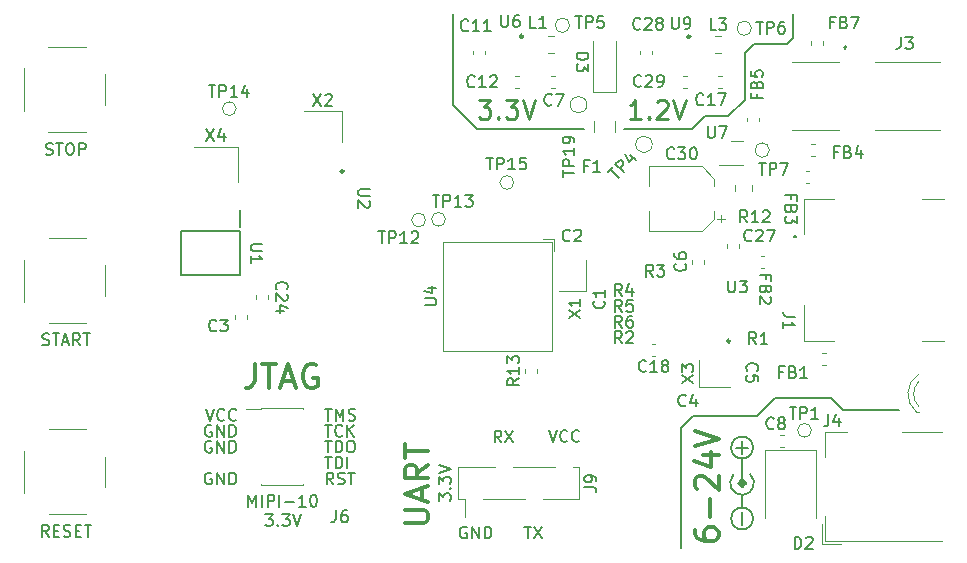
<source format=gbr>
G04 #@! TF.GenerationSoftware,KiCad,Pcbnew,(5.1.6)-1*
G04 #@! TF.CreationDate,2020-07-25T18:11:15+02:00*
G04 #@! TF.ProjectId,PrecisionTimer_RevF,50726563-6973-4696-9f6e-54696d65725f,rev?*
G04 #@! TF.SameCoordinates,Original*
G04 #@! TF.FileFunction,Legend,Top*
G04 #@! TF.FilePolarity,Positive*
%FSLAX46Y46*%
G04 Gerber Fmt 4.6, Leading zero omitted, Abs format (unit mm)*
G04 Created by KiCad (PCBNEW (5.1.6)-1) date 2020-07-25 18:11:15*
%MOMM*%
%LPD*%
G01*
G04 APERTURE LIST*
%ADD10C,0.150000*%
%ADD11C,0.200000*%
%ADD12C,0.250000*%
%ADD13C,0.300000*%
%ADD14C,0.120000*%
%ADD15C,0.254000*%
%ADD16C,0.500000*%
%ADD17C,0.100000*%
G04 APERTURE END LIST*
D10*
X111850847Y-96540580D02*
X111850847Y-95540580D01*
X112184180Y-96254866D01*
X112517514Y-95540580D01*
X112517514Y-96540580D01*
X112993704Y-96540580D02*
X112993704Y-95540580D01*
X113469895Y-96540580D02*
X113469895Y-95540580D01*
X113850847Y-95540580D01*
X113946085Y-95588200D01*
X113993704Y-95635819D01*
X114041323Y-95731057D01*
X114041323Y-95873914D01*
X113993704Y-95969152D01*
X113946085Y-96016771D01*
X113850847Y-96064390D01*
X113469895Y-96064390D01*
X114469895Y-96540580D02*
X114469895Y-95540580D01*
X114946085Y-96159628D02*
X115707990Y-96159628D01*
X116707990Y-96540580D02*
X116136561Y-96540580D01*
X116422276Y-96540580D02*
X116422276Y-95540580D01*
X116327038Y-95683438D01*
X116231800Y-95778676D01*
X116136561Y-95826295D01*
X117327038Y-95540580D02*
X117422276Y-95540580D01*
X117517514Y-95588200D01*
X117565133Y-95635819D01*
X117612752Y-95731057D01*
X117660371Y-95921533D01*
X117660371Y-96159628D01*
X117612752Y-96350104D01*
X117565133Y-96445342D01*
X117517514Y-96492961D01*
X117422276Y-96540580D01*
X117327038Y-96540580D01*
X117231800Y-96492961D01*
X117184180Y-96445342D01*
X117136561Y-96350104D01*
X117088942Y-96159628D01*
X117088942Y-95921533D01*
X117136561Y-95731057D01*
X117184180Y-95635819D01*
X117231800Y-95588200D01*
X117327038Y-95540580D01*
D11*
X162204400Y-88366600D02*
X166954200Y-88366600D01*
X161137600Y-87299800D02*
X162204400Y-88366600D01*
X156413200Y-87299800D02*
X161137600Y-87299800D01*
X154889200Y-88823800D02*
X156413200Y-87299800D01*
X149479000Y-88823800D02*
X154889200Y-88823800D01*
X148437600Y-89865200D02*
X149479000Y-88823800D01*
X148437600Y-100025200D02*
X148437600Y-89865200D01*
X129184400Y-62534800D02*
X129184400Y-54838600D01*
X131216400Y-64566800D02*
X129184400Y-62534800D01*
X140284200Y-64566800D02*
X131216400Y-64566800D01*
X157937200Y-56845200D02*
X157937200Y-54838600D01*
X157429200Y-57353200D02*
X157937200Y-56845200D01*
X153873200Y-58166000D02*
X154686000Y-57353200D01*
X154686000Y-57353200D02*
X157429200Y-57353200D01*
X153873200Y-62077600D02*
X153873200Y-58166000D01*
X152450800Y-63500000D02*
X153873200Y-62077600D01*
X150469600Y-63500000D02*
X152450800Y-63500000D01*
X149402800Y-64566800D02*
X150469600Y-63500000D01*
X143687800Y-64566800D02*
X149402800Y-64566800D01*
D12*
X131343695Y-62115809D02*
X132334171Y-62115809D01*
X131800838Y-62725333D01*
X132029409Y-62725333D01*
X132181790Y-62801523D01*
X132257980Y-62877714D01*
X132334171Y-63030095D01*
X132334171Y-63411047D01*
X132257980Y-63563428D01*
X132181790Y-63639619D01*
X132029409Y-63715809D01*
X131572266Y-63715809D01*
X131419885Y-63639619D01*
X131343695Y-63563428D01*
X133019885Y-63563428D02*
X133096076Y-63639619D01*
X133019885Y-63715809D01*
X132943695Y-63639619D01*
X133019885Y-63563428D01*
X133019885Y-63715809D01*
X133629409Y-62115809D02*
X134619885Y-62115809D01*
X134086552Y-62725333D01*
X134315123Y-62725333D01*
X134467504Y-62801523D01*
X134543695Y-62877714D01*
X134619885Y-63030095D01*
X134619885Y-63411047D01*
X134543695Y-63563428D01*
X134467504Y-63639619D01*
X134315123Y-63715809D01*
X133857980Y-63715809D01*
X133705600Y-63639619D01*
X133629409Y-63563428D01*
X135077028Y-62115809D02*
X135610361Y-63715809D01*
X136143695Y-62115809D01*
X145059571Y-63715809D02*
X144145285Y-63715809D01*
X144602428Y-63715809D02*
X144602428Y-62115809D01*
X144450047Y-62344380D01*
X144297666Y-62496761D01*
X144145285Y-62572952D01*
X145745285Y-63563428D02*
X145821476Y-63639619D01*
X145745285Y-63715809D01*
X145669095Y-63639619D01*
X145745285Y-63563428D01*
X145745285Y-63715809D01*
X146431000Y-62268190D02*
X146507190Y-62192000D01*
X146659571Y-62115809D01*
X147040523Y-62115809D01*
X147192904Y-62192000D01*
X147269095Y-62268190D01*
X147345285Y-62420571D01*
X147345285Y-62572952D01*
X147269095Y-62801523D01*
X146354809Y-63715809D01*
X147345285Y-63715809D01*
X147802428Y-62115809D02*
X148335761Y-63715809D01*
X148869095Y-62115809D01*
D10*
X153643000Y-98069333D02*
X153643000Y-97002666D01*
X153111266Y-91540000D02*
X154177933Y-91540000D01*
X153644600Y-92073333D02*
X153644600Y-91006666D01*
X127976380Y-96040390D02*
X127976380Y-95421342D01*
X128357333Y-95754676D01*
X128357333Y-95611819D01*
X128404952Y-95516580D01*
X128452571Y-95468961D01*
X128547809Y-95421342D01*
X128785904Y-95421342D01*
X128881142Y-95468961D01*
X128928761Y-95516580D01*
X128976380Y-95611819D01*
X128976380Y-95897533D01*
X128928761Y-95992771D01*
X128881142Y-96040390D01*
X128881142Y-94992771D02*
X128928761Y-94945152D01*
X128976380Y-94992771D01*
X128928761Y-95040390D01*
X128881142Y-94992771D01*
X128976380Y-94992771D01*
X127976380Y-94611819D02*
X127976380Y-93992771D01*
X128357333Y-94326104D01*
X128357333Y-94183247D01*
X128404952Y-94088009D01*
X128452571Y-94040390D01*
X128547809Y-93992771D01*
X128785904Y-93992771D01*
X128881142Y-94040390D01*
X128928761Y-94088009D01*
X128976380Y-94183247D01*
X128976380Y-94468961D01*
X128928761Y-94564200D01*
X128881142Y-94611819D01*
X127976380Y-93707057D02*
X128976380Y-93373723D01*
X127976380Y-93040390D01*
X137274466Y-90054180D02*
X137607800Y-91054180D01*
X137941133Y-90054180D01*
X138845895Y-90958942D02*
X138798276Y-91006561D01*
X138655419Y-91054180D01*
X138560180Y-91054180D01*
X138417323Y-91006561D01*
X138322085Y-90911323D01*
X138274466Y-90816085D01*
X138226847Y-90625609D01*
X138226847Y-90482752D01*
X138274466Y-90292276D01*
X138322085Y-90197038D01*
X138417323Y-90101800D01*
X138560180Y-90054180D01*
X138655419Y-90054180D01*
X138798276Y-90101800D01*
X138845895Y-90149419D01*
X139845895Y-90958942D02*
X139798276Y-91006561D01*
X139655419Y-91054180D01*
X139560180Y-91054180D01*
X139417323Y-91006561D01*
X139322085Y-90911323D01*
X139274466Y-90816085D01*
X139226847Y-90625609D01*
X139226847Y-90482752D01*
X139274466Y-90292276D01*
X139322085Y-90197038D01*
X139417323Y-90101800D01*
X139560180Y-90054180D01*
X139655419Y-90054180D01*
X139798276Y-90101800D01*
X139845895Y-90149419D01*
X130327495Y-98280600D02*
X130232257Y-98232980D01*
X130089400Y-98232980D01*
X129946542Y-98280600D01*
X129851304Y-98375838D01*
X129803685Y-98471076D01*
X129756066Y-98661552D01*
X129756066Y-98804409D01*
X129803685Y-98994885D01*
X129851304Y-99090123D01*
X129946542Y-99185361D01*
X130089400Y-99232980D01*
X130184638Y-99232980D01*
X130327495Y-99185361D01*
X130375114Y-99137742D01*
X130375114Y-98804409D01*
X130184638Y-98804409D01*
X130803685Y-99232980D02*
X130803685Y-98232980D01*
X131375114Y-99232980D01*
X131375114Y-98232980D01*
X131851304Y-99232980D02*
X131851304Y-98232980D01*
X132089400Y-98232980D01*
X132232257Y-98280600D01*
X132327495Y-98375838D01*
X132375114Y-98471076D01*
X132422733Y-98661552D01*
X132422733Y-98804409D01*
X132375114Y-98994885D01*
X132327495Y-99090123D01*
X132232257Y-99185361D01*
X132089400Y-99232980D01*
X131851304Y-99232980D01*
X133259533Y-91104980D02*
X132926200Y-90628790D01*
X132688104Y-91104980D02*
X132688104Y-90104980D01*
X133069057Y-90104980D01*
X133164295Y-90152600D01*
X133211914Y-90200219D01*
X133259533Y-90295457D01*
X133259533Y-90438314D01*
X133211914Y-90533552D01*
X133164295Y-90581171D01*
X133069057Y-90628790D01*
X132688104Y-90628790D01*
X133592866Y-90104980D02*
X134259533Y-91104980D01*
X134259533Y-90104980D02*
X133592866Y-91104980D01*
X135204295Y-98232980D02*
X135775723Y-98232980D01*
X135490009Y-99232980D02*
X135490009Y-98232980D01*
X136013819Y-98232980D02*
X136680485Y-99232980D01*
X136680485Y-98232980D02*
X136013819Y-99232980D01*
D13*
X125091961Y-97932476D02*
X126711009Y-97932476D01*
X126901485Y-97837238D01*
X126996723Y-97742000D01*
X127091961Y-97551523D01*
X127091961Y-97170571D01*
X126996723Y-96980095D01*
X126901485Y-96884857D01*
X126711009Y-96789619D01*
X125091961Y-96789619D01*
X126520533Y-95932476D02*
X126520533Y-94980095D01*
X127091961Y-96122952D02*
X125091961Y-95456285D01*
X127091961Y-94789619D01*
X127091961Y-92980095D02*
X126139580Y-93646761D01*
X127091961Y-94122952D02*
X125091961Y-94122952D01*
X125091961Y-93361047D01*
X125187200Y-93170571D01*
X125282438Y-93075333D01*
X125472914Y-92980095D01*
X125758628Y-92980095D01*
X125949104Y-93075333D01*
X126044342Y-93170571D01*
X126139580Y-93361047D01*
X126139580Y-94122952D01*
X125091961Y-92408666D02*
X125091961Y-91265809D01*
X127091961Y-91837238D02*
X125091961Y-91837238D01*
X149653761Y-98488047D02*
X149653761Y-98869000D01*
X149749000Y-99059476D01*
X149844238Y-99154714D01*
X150129952Y-99345190D01*
X150510904Y-99440428D01*
X151272809Y-99440428D01*
X151463285Y-99345190D01*
X151558523Y-99249952D01*
X151653761Y-99059476D01*
X151653761Y-98678523D01*
X151558523Y-98488047D01*
X151463285Y-98392809D01*
X151272809Y-98297571D01*
X150796619Y-98297571D01*
X150606142Y-98392809D01*
X150510904Y-98488047D01*
X150415666Y-98678523D01*
X150415666Y-99059476D01*
X150510904Y-99249952D01*
X150606142Y-99345190D01*
X150796619Y-99440428D01*
X150891857Y-97440428D02*
X150891857Y-95916619D01*
X149844238Y-95059476D02*
X149749000Y-94964238D01*
X149653761Y-94773761D01*
X149653761Y-94297571D01*
X149749000Y-94107095D01*
X149844238Y-94011857D01*
X150034714Y-93916619D01*
X150225190Y-93916619D01*
X150510904Y-94011857D01*
X151653761Y-95154714D01*
X151653761Y-93916619D01*
X150320428Y-92202333D02*
X151653761Y-92202333D01*
X149558523Y-92678523D02*
X150987095Y-93154714D01*
X150987095Y-91916619D01*
X149653761Y-91440428D02*
X151653761Y-90773761D01*
X149653761Y-90107095D01*
D10*
X94927919Y-99080580D02*
X94594585Y-98604390D01*
X94356490Y-99080580D02*
X94356490Y-98080580D01*
X94737442Y-98080580D01*
X94832680Y-98128200D01*
X94880300Y-98175819D01*
X94927919Y-98271057D01*
X94927919Y-98413914D01*
X94880300Y-98509152D01*
X94832680Y-98556771D01*
X94737442Y-98604390D01*
X94356490Y-98604390D01*
X95356490Y-98556771D02*
X95689823Y-98556771D01*
X95832680Y-99080580D02*
X95356490Y-99080580D01*
X95356490Y-98080580D01*
X95832680Y-98080580D01*
X96213633Y-99032961D02*
X96356490Y-99080580D01*
X96594585Y-99080580D01*
X96689823Y-99032961D01*
X96737442Y-98985342D01*
X96785061Y-98890104D01*
X96785061Y-98794866D01*
X96737442Y-98699628D01*
X96689823Y-98652009D01*
X96594585Y-98604390D01*
X96404109Y-98556771D01*
X96308871Y-98509152D01*
X96261252Y-98461533D01*
X96213633Y-98366295D01*
X96213633Y-98271057D01*
X96261252Y-98175819D01*
X96308871Y-98128200D01*
X96404109Y-98080580D01*
X96642204Y-98080580D01*
X96785061Y-98128200D01*
X97213633Y-98556771D02*
X97546966Y-98556771D01*
X97689823Y-99080580D02*
X97213633Y-99080580D01*
X97213633Y-98080580D01*
X97689823Y-98080580D01*
X97975538Y-98080580D02*
X98546966Y-98080580D01*
X98261252Y-99080580D02*
X98261252Y-98080580D01*
X94404109Y-82827761D02*
X94546966Y-82875380D01*
X94785061Y-82875380D01*
X94880300Y-82827761D01*
X94927919Y-82780142D01*
X94975538Y-82684904D01*
X94975538Y-82589666D01*
X94927919Y-82494428D01*
X94880300Y-82446809D01*
X94785061Y-82399190D01*
X94594585Y-82351571D01*
X94499347Y-82303952D01*
X94451728Y-82256333D01*
X94404109Y-82161095D01*
X94404109Y-82065857D01*
X94451728Y-81970619D01*
X94499347Y-81923000D01*
X94594585Y-81875380D01*
X94832680Y-81875380D01*
X94975538Y-81923000D01*
X95261252Y-81875380D02*
X95832680Y-81875380D01*
X95546966Y-82875380D02*
X95546966Y-81875380D01*
X96118395Y-82589666D02*
X96594585Y-82589666D01*
X96023157Y-82875380D02*
X96356490Y-81875380D01*
X96689823Y-82875380D01*
X97594585Y-82875380D02*
X97261252Y-82399190D01*
X97023157Y-82875380D02*
X97023157Y-81875380D01*
X97404109Y-81875380D01*
X97499347Y-81923000D01*
X97546966Y-81970619D01*
X97594585Y-82065857D01*
X97594585Y-82208714D01*
X97546966Y-82303952D01*
X97499347Y-82351571D01*
X97404109Y-82399190D01*
X97023157Y-82399190D01*
X97880300Y-81875380D02*
X98451728Y-81875380D01*
X98166014Y-82875380D02*
X98166014Y-81875380D01*
X94689823Y-66698761D02*
X94832680Y-66746380D01*
X95070776Y-66746380D01*
X95166014Y-66698761D01*
X95213633Y-66651142D01*
X95261252Y-66555904D01*
X95261252Y-66460666D01*
X95213633Y-66365428D01*
X95166014Y-66317809D01*
X95070776Y-66270190D01*
X94880300Y-66222571D01*
X94785061Y-66174952D01*
X94737442Y-66127333D01*
X94689823Y-66032095D01*
X94689823Y-65936857D01*
X94737442Y-65841619D01*
X94785061Y-65794000D01*
X94880300Y-65746380D01*
X95118395Y-65746380D01*
X95261252Y-65794000D01*
X95546966Y-65746380D02*
X96118395Y-65746380D01*
X95832680Y-66746380D02*
X95832680Y-65746380D01*
X96642204Y-65746380D02*
X96832680Y-65746380D01*
X96927919Y-65794000D01*
X97023157Y-65889238D01*
X97070776Y-66079714D01*
X97070776Y-66413047D01*
X97023157Y-66603523D01*
X96927919Y-66698761D01*
X96832680Y-66746380D01*
X96642204Y-66746380D01*
X96546966Y-66698761D01*
X96451728Y-66603523D01*
X96404109Y-66413047D01*
X96404109Y-66079714D01*
X96451728Y-65889238D01*
X96546966Y-65794000D01*
X96642204Y-65746380D01*
X97499347Y-66746380D02*
X97499347Y-65746380D01*
X97880300Y-65746380D01*
X97975538Y-65794000D01*
X98023157Y-65841619D01*
X98070776Y-65936857D01*
X98070776Y-66079714D01*
X98023157Y-66174952D01*
X97975538Y-66222571D01*
X97880300Y-66270190D01*
X97499347Y-66270190D01*
X113281009Y-97178880D02*
X113900057Y-97178880D01*
X113566723Y-97559833D01*
X113709580Y-97559833D01*
X113804819Y-97607452D01*
X113852438Y-97655071D01*
X113900057Y-97750309D01*
X113900057Y-97988404D01*
X113852438Y-98083642D01*
X113804819Y-98131261D01*
X113709580Y-98178880D01*
X113423866Y-98178880D01*
X113328628Y-98131261D01*
X113281009Y-98083642D01*
X114328628Y-98083642D02*
X114376247Y-98131261D01*
X114328628Y-98178880D01*
X114281009Y-98131261D01*
X114328628Y-98083642D01*
X114328628Y-98178880D01*
X114709580Y-97178880D02*
X115328628Y-97178880D01*
X114995295Y-97559833D01*
X115138152Y-97559833D01*
X115233390Y-97607452D01*
X115281009Y-97655071D01*
X115328628Y-97750309D01*
X115328628Y-97988404D01*
X115281009Y-98083642D01*
X115233390Y-98131261D01*
X115138152Y-98178880D01*
X114852438Y-98178880D01*
X114757200Y-98131261D01*
X114709580Y-98083642D01*
X115614342Y-97178880D02*
X115947676Y-98178880D01*
X116281009Y-97178880D01*
X108235904Y-88263480D02*
X108569238Y-89263480D01*
X108902571Y-88263480D01*
X109807333Y-89168242D02*
X109759714Y-89215861D01*
X109616857Y-89263480D01*
X109521618Y-89263480D01*
X109378761Y-89215861D01*
X109283523Y-89120623D01*
X109235904Y-89025385D01*
X109188285Y-88834909D01*
X109188285Y-88692052D01*
X109235904Y-88501576D01*
X109283523Y-88406338D01*
X109378761Y-88311100D01*
X109521618Y-88263480D01*
X109616857Y-88263480D01*
X109759714Y-88311100D01*
X109807333Y-88358719D01*
X110807333Y-89168242D02*
X110759714Y-89215861D01*
X110616857Y-89263480D01*
X110521618Y-89263480D01*
X110378761Y-89215861D01*
X110283523Y-89120623D01*
X110235904Y-89025385D01*
X110188285Y-88834909D01*
X110188285Y-88692052D01*
X110235904Y-88501576D01*
X110283523Y-88406338D01*
X110378761Y-88311100D01*
X110521618Y-88263480D01*
X110616857Y-88263480D01*
X110759714Y-88311100D01*
X110807333Y-88358719D01*
X108712095Y-89660475D02*
X108616857Y-89612855D01*
X108474000Y-89612855D01*
X108331142Y-89660475D01*
X108235904Y-89755713D01*
X108188285Y-89850951D01*
X108140666Y-90041427D01*
X108140666Y-90184284D01*
X108188285Y-90374760D01*
X108235904Y-90469998D01*
X108331142Y-90565236D01*
X108474000Y-90612855D01*
X108569238Y-90612855D01*
X108712095Y-90565236D01*
X108759714Y-90517617D01*
X108759714Y-90184284D01*
X108569238Y-90184284D01*
X109188285Y-90612855D02*
X109188285Y-89612855D01*
X109759714Y-90612855D01*
X109759714Y-89612855D01*
X110235904Y-90612855D02*
X110235904Y-89612855D01*
X110474000Y-89612855D01*
X110616857Y-89660475D01*
X110712095Y-89755713D01*
X110759714Y-89850951D01*
X110807333Y-90041427D01*
X110807333Y-90184284D01*
X110759714Y-90374760D01*
X110712095Y-90469998D01*
X110616857Y-90565236D01*
X110474000Y-90612855D01*
X110235904Y-90612855D01*
X108712095Y-91009850D02*
X108616857Y-90962230D01*
X108474000Y-90962230D01*
X108331142Y-91009850D01*
X108235904Y-91105088D01*
X108188285Y-91200326D01*
X108140666Y-91390802D01*
X108140666Y-91533659D01*
X108188285Y-91724135D01*
X108235904Y-91819373D01*
X108331142Y-91914611D01*
X108474000Y-91962230D01*
X108569238Y-91962230D01*
X108712095Y-91914611D01*
X108759714Y-91866992D01*
X108759714Y-91533659D01*
X108569238Y-91533659D01*
X109188285Y-91962230D02*
X109188285Y-90962230D01*
X109759714Y-91962230D01*
X109759714Y-90962230D01*
X110235904Y-91962230D02*
X110235904Y-90962230D01*
X110474000Y-90962230D01*
X110616857Y-91009850D01*
X110712095Y-91105088D01*
X110759714Y-91200326D01*
X110807333Y-91390802D01*
X110807333Y-91533659D01*
X110759714Y-91724135D01*
X110712095Y-91819373D01*
X110616857Y-91914611D01*
X110474000Y-91962230D01*
X110235904Y-91962230D01*
X108712095Y-93708600D02*
X108616857Y-93660980D01*
X108474000Y-93660980D01*
X108331142Y-93708600D01*
X108235904Y-93803838D01*
X108188285Y-93899076D01*
X108140666Y-94089552D01*
X108140666Y-94232409D01*
X108188285Y-94422885D01*
X108235904Y-94518123D01*
X108331142Y-94613361D01*
X108474000Y-94660980D01*
X108569238Y-94660980D01*
X108712095Y-94613361D01*
X108759714Y-94565742D01*
X108759714Y-94232409D01*
X108569238Y-94232409D01*
X109188285Y-94660980D02*
X109188285Y-93660980D01*
X109759714Y-94660980D01*
X109759714Y-93660980D01*
X110235904Y-94660980D02*
X110235904Y-93660980D01*
X110474000Y-93660980D01*
X110616857Y-93708600D01*
X110712095Y-93803838D01*
X110759714Y-93899076D01*
X110807333Y-94089552D01*
X110807333Y-94232409D01*
X110759714Y-94422885D01*
X110712095Y-94518123D01*
X110616857Y-94613361D01*
X110474000Y-94660980D01*
X110235904Y-94660980D01*
X119038761Y-94648280D02*
X118705428Y-94172090D01*
X118467333Y-94648280D02*
X118467333Y-93648280D01*
X118848285Y-93648280D01*
X118943523Y-93695900D01*
X118991142Y-93743519D01*
X119038761Y-93838757D01*
X119038761Y-93981614D01*
X118991142Y-94076852D01*
X118943523Y-94124471D01*
X118848285Y-94172090D01*
X118467333Y-94172090D01*
X119419714Y-94600661D02*
X119562571Y-94648280D01*
X119800666Y-94648280D01*
X119895904Y-94600661D01*
X119943523Y-94553042D01*
X119991142Y-94457804D01*
X119991142Y-94362566D01*
X119943523Y-94267328D01*
X119895904Y-94219709D01*
X119800666Y-94172090D01*
X119610190Y-94124471D01*
X119514952Y-94076852D01*
X119467333Y-94029233D01*
X119419714Y-93933995D01*
X119419714Y-93838757D01*
X119467333Y-93743519D01*
X119514952Y-93695900D01*
X119610190Y-93648280D01*
X119848285Y-93648280D01*
X119991142Y-93695900D01*
X120276857Y-93648280D02*
X120848285Y-93648280D01*
X120562571Y-94648280D02*
X120562571Y-93648280D01*
X118324475Y-88250780D02*
X118895904Y-88250780D01*
X118610189Y-89250780D02*
X118610189Y-88250780D01*
X119229237Y-89250780D02*
X119229237Y-88250780D01*
X119562570Y-88965066D01*
X119895904Y-88250780D01*
X119895904Y-89250780D01*
X120324475Y-89203161D02*
X120467332Y-89250780D01*
X120705428Y-89250780D01*
X120800666Y-89203161D01*
X120848285Y-89155542D01*
X120895904Y-89060304D01*
X120895904Y-88965066D01*
X120848285Y-88869828D01*
X120800666Y-88822209D01*
X120705428Y-88774590D01*
X120514951Y-88726971D01*
X120419713Y-88679352D01*
X120372094Y-88631733D01*
X120324475Y-88536495D01*
X120324475Y-88441257D01*
X120372094Y-88346019D01*
X120419713Y-88298400D01*
X120514951Y-88250780D01*
X120753047Y-88250780D01*
X120895904Y-88298400D01*
X118324475Y-89600155D02*
X118895904Y-89600155D01*
X118610190Y-90600155D02*
X118610190Y-89600155D01*
X119800666Y-90504917D02*
X119753047Y-90552536D01*
X119610190Y-90600155D01*
X119514951Y-90600155D01*
X119372094Y-90552536D01*
X119276856Y-90457298D01*
X119229237Y-90362060D01*
X119181618Y-90171584D01*
X119181618Y-90028727D01*
X119229237Y-89838251D01*
X119276856Y-89743013D01*
X119372094Y-89647775D01*
X119514951Y-89600155D01*
X119610190Y-89600155D01*
X119753047Y-89647775D01*
X119800666Y-89695394D01*
X120229237Y-90600155D02*
X120229237Y-89600155D01*
X120800666Y-90600155D02*
X120372094Y-90028727D01*
X120800666Y-89600155D02*
X120229237Y-90171584D01*
X118324475Y-92298905D02*
X118895904Y-92298905D01*
X118610189Y-93298905D02*
X118610189Y-92298905D01*
X119229237Y-93298905D02*
X119229237Y-92298905D01*
X119467332Y-92298905D01*
X119610189Y-92346525D01*
X119705427Y-92441763D01*
X119753046Y-92537001D01*
X119800665Y-92727477D01*
X119800665Y-92870334D01*
X119753046Y-93060810D01*
X119705427Y-93156048D01*
X119610189Y-93251286D01*
X119467332Y-93298905D01*
X119229237Y-93298905D01*
X120229237Y-93298905D02*
X120229237Y-92298905D01*
X118324476Y-90949530D02*
X118895904Y-90949530D01*
X118610190Y-91949530D02*
X118610190Y-90949530D01*
X119229238Y-91949530D02*
X119229238Y-90949530D01*
X119467333Y-90949530D01*
X119610190Y-90997150D01*
X119705428Y-91092388D01*
X119753047Y-91187626D01*
X119800666Y-91378102D01*
X119800666Y-91520959D01*
X119753047Y-91711435D01*
X119705428Y-91806673D01*
X119610190Y-91901911D01*
X119467333Y-91949530D01*
X119229238Y-91949530D01*
X120419714Y-90949530D02*
X120610190Y-90949530D01*
X120705428Y-90997150D01*
X120800666Y-91092388D01*
X120848285Y-91282864D01*
X120848285Y-91616197D01*
X120800666Y-91806673D01*
X120705428Y-91901911D01*
X120610190Y-91949530D01*
X120419714Y-91949530D01*
X120324476Y-91901911D01*
X120229238Y-91806673D01*
X120181619Y-91616197D01*
X120181619Y-91282864D01*
X120229238Y-91092388D01*
X120324476Y-90997150D01*
X120419714Y-90949530D01*
D13*
X112373066Y-84477361D02*
X112373066Y-85905933D01*
X112277828Y-86191647D01*
X112087352Y-86382123D01*
X111801638Y-86477361D01*
X111611161Y-86477361D01*
X113039733Y-84477361D02*
X114182590Y-84477361D01*
X113611161Y-86477361D02*
X113611161Y-84477361D01*
X114754019Y-85905933D02*
X115706400Y-85905933D01*
X114563542Y-86477361D02*
X115230209Y-84477361D01*
X115896876Y-86477361D01*
X117611161Y-84572600D02*
X117420685Y-84477361D01*
X117134971Y-84477361D01*
X116849257Y-84572600D01*
X116658780Y-84763076D01*
X116563542Y-84953552D01*
X116468304Y-85334504D01*
X116468304Y-85620219D01*
X116563542Y-86001171D01*
X116658780Y-86191647D01*
X116849257Y-86382123D01*
X117134971Y-86477361D01*
X117325447Y-86477361D01*
X117611161Y-86382123D01*
X117706400Y-86286885D01*
X117706400Y-85620219D01*
X117325447Y-85620219D01*
D14*
X110807500Y-62839600D02*
G75*
G03*
X110807500Y-62839600I-584200J0D01*
G01*
X140501600Y-62509400D02*
G75*
G03*
X140501600Y-62509400I-700000J0D01*
G01*
X135227600Y-85201979D02*
X135227600Y-84876421D01*
X136247600Y-85201979D02*
X136247600Y-84876421D01*
X112928700Y-88205000D02*
X116458700Y-88205000D01*
X112928700Y-94675000D02*
X116458700Y-94675000D01*
X111603700Y-88270000D02*
X112928700Y-88270000D01*
X112928700Y-88205000D02*
X112928700Y-88270000D01*
X116458700Y-88205000D02*
X116458700Y-88270000D01*
X112928700Y-94610000D02*
X112928700Y-94675000D01*
X116458700Y-94610000D02*
X116458700Y-94675000D01*
X155956000Y-66344800D02*
G75*
G03*
X155956000Y-66344800I-609600J0D01*
G01*
X154432000Y-56032400D02*
G75*
G03*
X154432000Y-56032400I-609600J0D01*
G01*
X139039600Y-55778400D02*
G75*
G03*
X139039600Y-55778400I-609600J0D01*
G01*
X134315200Y-69088000D02*
G75*
G03*
X134315200Y-69088000I-584200J0D01*
G01*
X128524000Y-72212200D02*
G75*
G03*
X128524000Y-72212200I-584200J0D01*
G01*
X126847600Y-72263000D02*
G75*
G03*
X126847600Y-72263000I-584200J0D01*
G01*
X159512000Y-90068400D02*
G75*
G03*
X159512000Y-90068400I-584200J0D01*
G01*
X136763600Y-73894600D02*
X137763600Y-73894600D01*
X137763600Y-73894600D02*
X137763600Y-74894600D01*
X137563600Y-83334600D02*
X137563600Y-74094600D01*
X137563600Y-74094600D02*
X128323600Y-74094600D01*
X128323600Y-74094600D02*
X128323600Y-83334600D01*
X128323600Y-83334600D02*
X137563600Y-83334600D01*
X159896700Y-91776200D02*
X155596700Y-91776200D01*
X155596700Y-91776200D02*
X155596700Y-97476200D01*
X159896700Y-91776200D02*
X159896700Y-97476200D01*
X156885421Y-90447400D02*
X157210979Y-90447400D01*
X156885421Y-91467400D02*
X157210979Y-91467400D01*
X111711200Y-80304421D02*
X111711200Y-80629979D01*
X110691200Y-80304421D02*
X110691200Y-80629979D01*
X142986000Y-61442500D02*
X142986000Y-57142500D01*
X140986000Y-61442500D02*
X142986000Y-61442500D01*
X140986000Y-57142500D02*
X140986000Y-61442500D01*
D15*
X149264100Y-56740600D02*
G75*
G03*
X149264100Y-56740600I-125000J0D01*
G01*
D14*
X152704800Y-65563400D02*
X153704800Y-65563400D01*
X151704800Y-67583400D02*
X153704800Y-67583400D01*
X151881578Y-58139400D02*
X151364422Y-58139400D01*
X151881578Y-56719400D02*
X151364422Y-56719400D01*
X145779200Y-67699600D02*
X145779200Y-69399600D01*
X145779200Y-73219600D02*
X145779200Y-71519600D01*
X150234763Y-73219600D02*
X145779200Y-73219600D01*
X150234763Y-67699600D02*
X145779200Y-67699600D01*
X151299200Y-68764037D02*
X151299200Y-69399600D01*
X151299200Y-72155163D02*
X151299200Y-71519600D01*
X151299200Y-72155163D02*
X150234763Y-73219600D01*
X151299200Y-68764037D02*
X150234763Y-67699600D01*
X152164200Y-72144600D02*
X151539200Y-72144600D01*
X151851700Y-72457100D02*
X151851700Y-71832100D01*
X148617821Y-60069000D02*
X148943379Y-60069000D01*
X148617821Y-61089000D02*
X148943379Y-61089000D01*
X145988821Y-82751200D02*
X146314379Y-82751200D01*
X145988821Y-83771200D02*
X146314379Y-83771200D01*
X141076000Y-64854055D02*
X141076000Y-63873145D01*
X142896000Y-64854055D02*
X142896000Y-63873145D01*
D15*
X152639400Y-82518000D02*
G75*
G03*
X152639400Y-82518000I-125000J0D01*
G01*
D14*
X146038800Y-65862200D02*
G75*
G03*
X146038800Y-65862200I-700000J0D01*
G01*
X160705800Y-99441000D02*
X160705800Y-97307400D01*
X160396400Y-99718200D02*
X161996400Y-99718200D01*
X160396400Y-98018200D02*
X160396400Y-99718200D01*
X160696400Y-90218200D02*
X162560000Y-90218200D01*
X160696400Y-92318200D02*
X160696400Y-90218200D01*
X170561000Y-99441000D02*
X160705800Y-99441000D01*
X167208200Y-90218200D02*
X170561000Y-90218200D01*
X149957800Y-86392400D02*
X152657800Y-86392400D01*
X149957800Y-84092400D02*
X149957800Y-86392400D01*
D16*
X153818400Y-94538800D02*
G75*
G03*
X153818400Y-94538800I-175000J0D01*
G01*
D10*
X154568400Y-91538800D02*
G75*
G03*
X154568400Y-91538800I-925000J0D01*
G01*
X154568400Y-97538800D02*
G75*
G03*
X154568400Y-97538800I-925000J0D01*
G01*
X153643400Y-96538800D02*
X153643400Y-95638800D01*
X153643400Y-94538800D02*
X153643400Y-92538800D01*
X152893400Y-93863800D02*
G75*
G03*
X154318400Y-93788800I750000J-675000D01*
G01*
D14*
X168436000Y-88555000D02*
X168592000Y-88555000D01*
X168592163Y-85953870D02*
G75*
G03*
X168592000Y-88035961I1079837J-1041130D01*
G01*
X168593392Y-85322665D02*
G75*
G03*
X168436484Y-88555000I1078608J-1672335D01*
G01*
D11*
X158216800Y-73679400D02*
X158216800Y-73679400D01*
X158016800Y-73679400D02*
X158016800Y-73679400D01*
D17*
X158916800Y-82479400D02*
X161416800Y-82479400D01*
X158916800Y-79479400D02*
X158916800Y-82479400D01*
X158916800Y-70479400D02*
X161416800Y-70479400D01*
X158916800Y-73479400D02*
X158916800Y-70479400D01*
X168859200Y-82473800D02*
X170738800Y-82473800D01*
X168859200Y-70485000D02*
X170738800Y-70485000D01*
D11*
X158016800Y-73679400D02*
G75*
G02*
X158216800Y-73679400I100000J0D01*
G01*
X158216800Y-73679400D02*
G75*
G02*
X158016800Y-73679400I-100000J0D01*
G01*
X162390200Y-57547400D02*
X162390200Y-57547400D01*
X162390200Y-57747400D02*
X162390200Y-57747400D01*
D17*
X161880200Y-58887400D02*
X157880200Y-58887400D01*
X161880200Y-64607400D02*
X157880200Y-64607400D01*
X170434000Y-58887400D02*
X164880200Y-58887400D01*
X164880200Y-64607400D02*
X170434000Y-64607400D01*
D11*
X162390200Y-57747400D02*
G75*
G02*
X162390200Y-57547400I0J100000D01*
G01*
X162390200Y-57547400D02*
G75*
G02*
X162390200Y-57747400I0J-100000D01*
G01*
D14*
X110985300Y-66090800D02*
X107200700Y-66090800D01*
X110985300Y-69062600D02*
X110985300Y-66090800D01*
X119759900Y-65623200D02*
X119759900Y-63023200D01*
X119759900Y-63023200D02*
X116559900Y-63023200D01*
X149400800Y-75630821D02*
X149400800Y-75956379D01*
X150420800Y-75630821D02*
X150420800Y-75956379D01*
X145019300Y-57927021D02*
X145019300Y-58252579D01*
X146039300Y-57927021D02*
X146039300Y-58252579D01*
X140443600Y-78312000D02*
X140443600Y-75612000D01*
X138143600Y-78312000D02*
X140443600Y-78312000D01*
X136751600Y-95868800D02*
X139861600Y-95868800D01*
X131671600Y-95868800D02*
X135231600Y-95868800D01*
X134211600Y-93208800D02*
X137771600Y-93208800D01*
X139291600Y-93208800D02*
X139861600Y-93208800D01*
X129581600Y-95868800D02*
X130151600Y-95868800D01*
X130151600Y-95868800D02*
X130151600Y-97388800D01*
X129581600Y-93208800D02*
X132691600Y-93208800D01*
X139861600Y-95868800D02*
X139861600Y-93208800D01*
X129581600Y-95868800D02*
X129581600Y-93208800D01*
X159827179Y-65834800D02*
X159501621Y-65834800D01*
X159827179Y-66854800D02*
X159501621Y-66854800D01*
X154049000Y-63591221D02*
X154049000Y-63916779D01*
X155069000Y-63591221D02*
X155069000Y-63916779D01*
X160530000Y-57439679D02*
X160530000Y-57114121D01*
X159510000Y-57439679D02*
X159510000Y-57114121D01*
X159018921Y-69115400D02*
X159344479Y-69115400D01*
X159018921Y-68095400D02*
X159344479Y-68095400D01*
X155534579Y-75334400D02*
X155209021Y-75334400D01*
X155534579Y-76354400D02*
X155209021Y-76354400D01*
X160766879Y-83513200D02*
X160441321Y-83513200D01*
X160766879Y-84533200D02*
X160441321Y-84533200D01*
D15*
X119909500Y-68143400D02*
G75*
G03*
X119909500Y-68143400I-125000J0D01*
G01*
D14*
X94907300Y-64839400D02*
X98107300Y-64839400D01*
X94907300Y-57639400D02*
X98107300Y-57639400D01*
X99707300Y-62539400D02*
X99707300Y-59939400D01*
X92827300Y-63039400D02*
X92827300Y-59439400D01*
X94932700Y-81019200D02*
X98132700Y-81019200D01*
X94932700Y-73819200D02*
X98132700Y-73819200D01*
X99732700Y-78719200D02*
X99732700Y-76119200D01*
X92852700Y-79219200D02*
X92852700Y-75619200D01*
X94932700Y-97199000D02*
X98132700Y-97199000D01*
X94932700Y-89999000D02*
X98132700Y-89999000D01*
X99732700Y-94899000D02*
X99732700Y-92299000D01*
X92852700Y-95399000D02*
X92852700Y-91799000D01*
D11*
X111148500Y-73232400D02*
X111148500Y-76932400D01*
X111148500Y-76932400D02*
X106148500Y-76932400D01*
X106148500Y-76932400D02*
X106148500Y-73232400D01*
X106148500Y-73232400D02*
X111148500Y-73232400D01*
X111173500Y-71407400D02*
X111173500Y-72882400D01*
D14*
X154507000Y-69803778D02*
X154507000Y-69286622D01*
X153087000Y-69803778D02*
X153087000Y-69286622D01*
X137708378Y-56719400D02*
X137191222Y-56719400D01*
X137708378Y-58139400D02*
X137191222Y-58139400D01*
D15*
X135090900Y-56715200D02*
G75*
G03*
X135090900Y-56715200I-125000J0D01*
G01*
D14*
X134444621Y-61089000D02*
X134770179Y-61089000D01*
X134444621Y-60069000D02*
X134770179Y-60069000D01*
X153392600Y-74610179D02*
X153392600Y-74284621D01*
X152372600Y-74610179D02*
X152372600Y-74284621D01*
X130846100Y-57927021D02*
X130846100Y-58252579D01*
X131866100Y-57927021D02*
X131866100Y-58252579D01*
X113540000Y-78953579D02*
X113540000Y-78628021D01*
X112520000Y-78953579D02*
X112520000Y-78628021D01*
X151953179Y-60069000D02*
X151627621Y-60069000D01*
X151953179Y-61089000D02*
X151627621Y-61089000D01*
X137792579Y-60069000D02*
X137467021Y-60069000D01*
X137792579Y-61089000D02*
X137467021Y-61089000D01*
D10*
X108485204Y-60843980D02*
X109056633Y-60843980D01*
X108770919Y-61843980D02*
X108770919Y-60843980D01*
X109389966Y-61843980D02*
X109389966Y-60843980D01*
X109770919Y-60843980D01*
X109866157Y-60891600D01*
X109913776Y-60939219D01*
X109961395Y-61034457D01*
X109961395Y-61177314D01*
X109913776Y-61272552D01*
X109866157Y-61320171D01*
X109770919Y-61367790D01*
X109389966Y-61367790D01*
X110913776Y-61843980D02*
X110342347Y-61843980D01*
X110628061Y-61843980D02*
X110628061Y-60843980D01*
X110532823Y-60986838D01*
X110437585Y-61082076D01*
X110342347Y-61129695D01*
X111770919Y-61177314D02*
X111770919Y-61843980D01*
X111532823Y-60796361D02*
X111294728Y-61510647D01*
X111913776Y-61510647D01*
X138441180Y-68590895D02*
X138441180Y-68019466D01*
X139441180Y-68305180D02*
X138441180Y-68305180D01*
X139441180Y-67686133D02*
X138441180Y-67686133D01*
X138441180Y-67305180D01*
X138488800Y-67209942D01*
X138536419Y-67162323D01*
X138631657Y-67114704D01*
X138774514Y-67114704D01*
X138869752Y-67162323D01*
X138917371Y-67209942D01*
X138964990Y-67305180D01*
X138964990Y-67686133D01*
X139441180Y-66162323D02*
X139441180Y-66733752D01*
X139441180Y-66448038D02*
X138441180Y-66448038D01*
X138584038Y-66543276D01*
X138679276Y-66638514D01*
X138726895Y-66733752D01*
X139441180Y-65686133D02*
X139441180Y-65495657D01*
X139393561Y-65400419D01*
X139345942Y-65352800D01*
X139203085Y-65257561D01*
X139012609Y-65209942D01*
X138631657Y-65209942D01*
X138536419Y-65257561D01*
X138488800Y-65305180D01*
X138441180Y-65400419D01*
X138441180Y-65590895D01*
X138488800Y-65686133D01*
X138536419Y-65733752D01*
X138631657Y-65781371D01*
X138869752Y-65781371D01*
X138964990Y-65733752D01*
X139012609Y-65686133D01*
X139060228Y-65590895D01*
X139060228Y-65400419D01*
X139012609Y-65305180D01*
X138964990Y-65257561D01*
X138869752Y-65209942D01*
X134759980Y-85682057D02*
X134283790Y-86015390D01*
X134759980Y-86253485D02*
X133759980Y-86253485D01*
X133759980Y-85872533D01*
X133807600Y-85777295D01*
X133855219Y-85729676D01*
X133950457Y-85682057D01*
X134093314Y-85682057D01*
X134188552Y-85729676D01*
X134236171Y-85777295D01*
X134283790Y-85872533D01*
X134283790Y-86253485D01*
X134759980Y-84729676D02*
X134759980Y-85301104D01*
X134759980Y-85015390D02*
X133759980Y-85015390D01*
X133902838Y-85110628D01*
X133998076Y-85205866D01*
X134045695Y-85301104D01*
X133759980Y-84396342D02*
X133759980Y-83777295D01*
X134140933Y-84110628D01*
X134140933Y-83967771D01*
X134188552Y-83872533D01*
X134236171Y-83824914D01*
X134331409Y-83777295D01*
X134569504Y-83777295D01*
X134664742Y-83824914D01*
X134712361Y-83872533D01*
X134759980Y-83967771D01*
X134759980Y-84253485D01*
X134712361Y-84348723D01*
X134664742Y-84396342D01*
X119262566Y-96848680D02*
X119262566Y-97562966D01*
X119214947Y-97705823D01*
X119119709Y-97801061D01*
X118976852Y-97848680D01*
X118881614Y-97848680D01*
X120167328Y-96848680D02*
X119976852Y-96848680D01*
X119881614Y-96896300D01*
X119833995Y-96943919D01*
X119738757Y-97086776D01*
X119691138Y-97277252D01*
X119691138Y-97658204D01*
X119738757Y-97753442D01*
X119786376Y-97801061D01*
X119881614Y-97848680D01*
X120072090Y-97848680D01*
X120167328Y-97801061D01*
X120214947Y-97753442D01*
X120262566Y-97658204D01*
X120262566Y-97420109D01*
X120214947Y-97324871D01*
X120167328Y-97277252D01*
X120072090Y-97229633D01*
X119881614Y-97229633D01*
X119786376Y-97277252D01*
X119738757Y-97324871D01*
X119691138Y-97420109D01*
X155075095Y-67422780D02*
X155646523Y-67422780D01*
X155360809Y-68422780D02*
X155360809Y-67422780D01*
X155979857Y-68422780D02*
X155979857Y-67422780D01*
X156360809Y-67422780D01*
X156456047Y-67470400D01*
X156503666Y-67518019D01*
X156551285Y-67613257D01*
X156551285Y-67756114D01*
X156503666Y-67851352D01*
X156456047Y-67898971D01*
X156360809Y-67946590D01*
X155979857Y-67946590D01*
X156884619Y-67422780D02*
X157551285Y-67422780D01*
X157122714Y-68422780D01*
X154846495Y-55484780D02*
X155417923Y-55484780D01*
X155132209Y-56484780D02*
X155132209Y-55484780D01*
X155751257Y-56484780D02*
X155751257Y-55484780D01*
X156132209Y-55484780D01*
X156227447Y-55532400D01*
X156275066Y-55580019D01*
X156322685Y-55675257D01*
X156322685Y-55818114D01*
X156275066Y-55913352D01*
X156227447Y-55960971D01*
X156132209Y-56008590D01*
X155751257Y-56008590D01*
X157179828Y-55484780D02*
X156989352Y-55484780D01*
X156894114Y-55532400D01*
X156846495Y-55580019D01*
X156751257Y-55722876D01*
X156703638Y-55913352D01*
X156703638Y-56294304D01*
X156751257Y-56389542D01*
X156798876Y-56437161D01*
X156894114Y-56484780D01*
X157084590Y-56484780D01*
X157179828Y-56437161D01*
X157227447Y-56389542D01*
X157275066Y-56294304D01*
X157275066Y-56056209D01*
X157227447Y-55960971D01*
X157179828Y-55913352D01*
X157084590Y-55865733D01*
X156894114Y-55865733D01*
X156798876Y-55913352D01*
X156751257Y-55960971D01*
X156703638Y-56056209D01*
X139530295Y-55002180D02*
X140101723Y-55002180D01*
X139816009Y-56002180D02*
X139816009Y-55002180D01*
X140435057Y-56002180D02*
X140435057Y-55002180D01*
X140816009Y-55002180D01*
X140911247Y-55049800D01*
X140958866Y-55097419D01*
X141006485Y-55192657D01*
X141006485Y-55335514D01*
X140958866Y-55430752D01*
X140911247Y-55478371D01*
X140816009Y-55525990D01*
X140435057Y-55525990D01*
X141911247Y-55002180D02*
X141435057Y-55002180D01*
X141387438Y-55478371D01*
X141435057Y-55430752D01*
X141530295Y-55383133D01*
X141768390Y-55383133D01*
X141863628Y-55430752D01*
X141911247Y-55478371D01*
X141958866Y-55573609D01*
X141958866Y-55811704D01*
X141911247Y-55906942D01*
X141863628Y-55954561D01*
X141768390Y-56002180D01*
X141530295Y-56002180D01*
X141435057Y-55954561D01*
X141387438Y-55906942D01*
X131992904Y-66990980D02*
X132564333Y-66990980D01*
X132278619Y-67990980D02*
X132278619Y-66990980D01*
X132897666Y-67990980D02*
X132897666Y-66990980D01*
X133278619Y-66990980D01*
X133373857Y-67038600D01*
X133421476Y-67086219D01*
X133469095Y-67181457D01*
X133469095Y-67324314D01*
X133421476Y-67419552D01*
X133373857Y-67467171D01*
X133278619Y-67514790D01*
X132897666Y-67514790D01*
X134421476Y-67990980D02*
X133850047Y-67990980D01*
X134135761Y-67990980D02*
X134135761Y-66990980D01*
X134040523Y-67133838D01*
X133945285Y-67229076D01*
X133850047Y-67276695D01*
X135326238Y-66990980D02*
X134850047Y-66990980D01*
X134802428Y-67467171D01*
X134850047Y-67419552D01*
X134945285Y-67371933D01*
X135183380Y-67371933D01*
X135278619Y-67419552D01*
X135326238Y-67467171D01*
X135373857Y-67562409D01*
X135373857Y-67800504D01*
X135326238Y-67895742D01*
X135278619Y-67943361D01*
X135183380Y-67990980D01*
X134945285Y-67990980D01*
X134850047Y-67943361D01*
X134802428Y-67895742D01*
X127446304Y-70140580D02*
X128017733Y-70140580D01*
X127732019Y-71140580D02*
X127732019Y-70140580D01*
X128351066Y-71140580D02*
X128351066Y-70140580D01*
X128732019Y-70140580D01*
X128827257Y-70188200D01*
X128874876Y-70235819D01*
X128922495Y-70331057D01*
X128922495Y-70473914D01*
X128874876Y-70569152D01*
X128827257Y-70616771D01*
X128732019Y-70664390D01*
X128351066Y-70664390D01*
X129874876Y-71140580D02*
X129303447Y-71140580D01*
X129589161Y-71140580D02*
X129589161Y-70140580D01*
X129493923Y-70283438D01*
X129398685Y-70378676D01*
X129303447Y-70426295D01*
X130208209Y-70140580D02*
X130827257Y-70140580D01*
X130493923Y-70521533D01*
X130636780Y-70521533D01*
X130732019Y-70569152D01*
X130779638Y-70616771D01*
X130827257Y-70712009D01*
X130827257Y-70950104D01*
X130779638Y-71045342D01*
X130732019Y-71092961D01*
X130636780Y-71140580D01*
X130351066Y-71140580D01*
X130255828Y-71092961D01*
X130208209Y-71045342D01*
X122848904Y-73239380D02*
X123420333Y-73239380D01*
X123134619Y-74239380D02*
X123134619Y-73239380D01*
X123753666Y-74239380D02*
X123753666Y-73239380D01*
X124134619Y-73239380D01*
X124229857Y-73287000D01*
X124277476Y-73334619D01*
X124325095Y-73429857D01*
X124325095Y-73572714D01*
X124277476Y-73667952D01*
X124229857Y-73715571D01*
X124134619Y-73763190D01*
X123753666Y-73763190D01*
X125277476Y-74239380D02*
X124706047Y-74239380D01*
X124991761Y-74239380D02*
X124991761Y-73239380D01*
X124896523Y-73382238D01*
X124801285Y-73477476D01*
X124706047Y-73525095D01*
X125658428Y-73334619D02*
X125706047Y-73287000D01*
X125801285Y-73239380D01*
X126039380Y-73239380D01*
X126134619Y-73287000D01*
X126182238Y-73334619D01*
X126229857Y-73429857D01*
X126229857Y-73525095D01*
X126182238Y-73667952D01*
X125610809Y-74239380D01*
X126229857Y-74239380D01*
X157665895Y-88098380D02*
X158237323Y-88098380D01*
X157951609Y-89098380D02*
X157951609Y-88098380D01*
X158570657Y-89098380D02*
X158570657Y-88098380D01*
X158951609Y-88098380D01*
X159046847Y-88146000D01*
X159094466Y-88193619D01*
X159142085Y-88288857D01*
X159142085Y-88431714D01*
X159094466Y-88526952D01*
X159046847Y-88574571D01*
X158951609Y-88622190D01*
X158570657Y-88622190D01*
X160094466Y-89098380D02*
X159523038Y-89098380D01*
X159808752Y-89098380D02*
X159808752Y-88098380D01*
X159713514Y-88241238D01*
X159618276Y-88336476D01*
X159523038Y-88384095D01*
X126757180Y-79476504D02*
X127566704Y-79476504D01*
X127661942Y-79428885D01*
X127709561Y-79381266D01*
X127757180Y-79286028D01*
X127757180Y-79095552D01*
X127709561Y-79000314D01*
X127661942Y-78952695D01*
X127566704Y-78905076D01*
X126757180Y-78905076D01*
X127090514Y-78000314D02*
X127757180Y-78000314D01*
X126709561Y-78238409D02*
X127423847Y-78476504D01*
X127423847Y-77857457D01*
X158100804Y-100096580D02*
X158100804Y-99096580D01*
X158338900Y-99096580D01*
X158481757Y-99144200D01*
X158576995Y-99239438D01*
X158624614Y-99334676D01*
X158672233Y-99525152D01*
X158672233Y-99668009D01*
X158624614Y-99858485D01*
X158576995Y-99953723D01*
X158481757Y-100048961D01*
X158338900Y-100096580D01*
X158100804Y-100096580D01*
X159053185Y-99191819D02*
X159100804Y-99144200D01*
X159196042Y-99096580D01*
X159434138Y-99096580D01*
X159529376Y-99144200D01*
X159576995Y-99191819D01*
X159624614Y-99287057D01*
X159624614Y-99382295D01*
X159576995Y-99525152D01*
X159005566Y-100096580D01*
X159624614Y-100096580D01*
X156322733Y-89892142D02*
X156275114Y-89939761D01*
X156132257Y-89987380D01*
X156037019Y-89987380D01*
X155894161Y-89939761D01*
X155798923Y-89844523D01*
X155751304Y-89749285D01*
X155703685Y-89558809D01*
X155703685Y-89415952D01*
X155751304Y-89225476D01*
X155798923Y-89130238D01*
X155894161Y-89035000D01*
X156037019Y-88987380D01*
X156132257Y-88987380D01*
X156275114Y-89035000D01*
X156322733Y-89082619D01*
X156894161Y-89415952D02*
X156798923Y-89368333D01*
X156751304Y-89320714D01*
X156703685Y-89225476D01*
X156703685Y-89177857D01*
X156751304Y-89082619D01*
X156798923Y-89035000D01*
X156894161Y-88987380D01*
X157084638Y-88987380D01*
X157179876Y-89035000D01*
X157227495Y-89082619D01*
X157275114Y-89177857D01*
X157275114Y-89225476D01*
X157227495Y-89320714D01*
X157179876Y-89368333D01*
X157084638Y-89415952D01*
X156894161Y-89415952D01*
X156798923Y-89463571D01*
X156751304Y-89511190D01*
X156703685Y-89606428D01*
X156703685Y-89796904D01*
X156751304Y-89892142D01*
X156798923Y-89939761D01*
X156894161Y-89987380D01*
X157084638Y-89987380D01*
X157179876Y-89939761D01*
X157227495Y-89892142D01*
X157275114Y-89796904D01*
X157275114Y-89606428D01*
X157227495Y-89511190D01*
X157179876Y-89463571D01*
X157084638Y-89415952D01*
X109129533Y-81611742D02*
X109081914Y-81659361D01*
X108939057Y-81706980D01*
X108843819Y-81706980D01*
X108700961Y-81659361D01*
X108605723Y-81564123D01*
X108558104Y-81468885D01*
X108510485Y-81278409D01*
X108510485Y-81135552D01*
X108558104Y-80945076D01*
X108605723Y-80849838D01*
X108700961Y-80754600D01*
X108843819Y-80706980D01*
X108939057Y-80706980D01*
X109081914Y-80754600D01*
X109129533Y-80802219D01*
X109462866Y-80706980D02*
X110081914Y-80706980D01*
X109748580Y-81087933D01*
X109891438Y-81087933D01*
X109986676Y-81135552D01*
X110034295Y-81183171D01*
X110081914Y-81278409D01*
X110081914Y-81516504D01*
X110034295Y-81611742D01*
X109986676Y-81659361D01*
X109891438Y-81706980D01*
X109605723Y-81706980D01*
X109510485Y-81659361D01*
X109462866Y-81611742D01*
X139628619Y-58139104D02*
X140628619Y-58139104D01*
X140628619Y-58377200D01*
X140581000Y-58520057D01*
X140485761Y-58615295D01*
X140390523Y-58662914D01*
X140200047Y-58710533D01*
X140057190Y-58710533D01*
X139866714Y-58662914D01*
X139771476Y-58615295D01*
X139676238Y-58520057D01*
X139628619Y-58377200D01*
X139628619Y-58139104D01*
X140628619Y-59043866D02*
X140628619Y-59662914D01*
X140247666Y-59329580D01*
X140247666Y-59472438D01*
X140200047Y-59567676D01*
X140152428Y-59615295D01*
X140057190Y-59662914D01*
X139819095Y-59662914D01*
X139723857Y-59615295D01*
X139676238Y-59567676D01*
X139628619Y-59472438D01*
X139628619Y-59186723D01*
X139676238Y-59091485D01*
X139723857Y-59043866D01*
X147701095Y-55078380D02*
X147701095Y-55887904D01*
X147748714Y-55983142D01*
X147796333Y-56030761D01*
X147891571Y-56078380D01*
X148082047Y-56078380D01*
X148177285Y-56030761D01*
X148224904Y-55983142D01*
X148272523Y-55887904D01*
X148272523Y-55078380D01*
X148796333Y-56078380D02*
X148986809Y-56078380D01*
X149082047Y-56030761D01*
X149129666Y-55983142D01*
X149224904Y-55840285D01*
X149272523Y-55649809D01*
X149272523Y-55268857D01*
X149224904Y-55173619D01*
X149177285Y-55126000D01*
X149082047Y-55078380D01*
X148891571Y-55078380D01*
X148796333Y-55126000D01*
X148748714Y-55173619D01*
X148701095Y-55268857D01*
X148701095Y-55506952D01*
X148748714Y-55602190D01*
X148796333Y-55649809D01*
X148891571Y-55697428D01*
X149082047Y-55697428D01*
X149177285Y-55649809D01*
X149224904Y-55602190D01*
X149272523Y-55506952D01*
X150749095Y-64323980D02*
X150749095Y-65133504D01*
X150796714Y-65228742D01*
X150844333Y-65276361D01*
X150939571Y-65323980D01*
X151130047Y-65323980D01*
X151225285Y-65276361D01*
X151272904Y-65228742D01*
X151320523Y-65133504D01*
X151320523Y-64323980D01*
X151701476Y-64323980D02*
X152368142Y-64323980D01*
X151939571Y-65323980D01*
X151456333Y-56205380D02*
X150980142Y-56205380D01*
X150980142Y-55205380D01*
X151694428Y-55205380D02*
X152313476Y-55205380D01*
X151980142Y-55586333D01*
X152123000Y-55586333D01*
X152218238Y-55633952D01*
X152265857Y-55681571D01*
X152313476Y-55776809D01*
X152313476Y-56014904D01*
X152265857Y-56110142D01*
X152218238Y-56157761D01*
X152123000Y-56205380D01*
X151837285Y-56205380D01*
X151742047Y-56157761D01*
X151694428Y-56110142D01*
X147896342Y-67032142D02*
X147848723Y-67079761D01*
X147705866Y-67127380D01*
X147610628Y-67127380D01*
X147467771Y-67079761D01*
X147372533Y-66984523D01*
X147324914Y-66889285D01*
X147277295Y-66698809D01*
X147277295Y-66555952D01*
X147324914Y-66365476D01*
X147372533Y-66270238D01*
X147467771Y-66175000D01*
X147610628Y-66127380D01*
X147705866Y-66127380D01*
X147848723Y-66175000D01*
X147896342Y-66222619D01*
X148229676Y-66127380D02*
X148848723Y-66127380D01*
X148515390Y-66508333D01*
X148658247Y-66508333D01*
X148753485Y-66555952D01*
X148801104Y-66603571D01*
X148848723Y-66698809D01*
X148848723Y-66936904D01*
X148801104Y-67032142D01*
X148753485Y-67079761D01*
X148658247Y-67127380D01*
X148372533Y-67127380D01*
X148277295Y-67079761D01*
X148229676Y-67032142D01*
X149467771Y-66127380D02*
X149563009Y-66127380D01*
X149658247Y-66175000D01*
X149705866Y-66222619D01*
X149753485Y-66317857D01*
X149801104Y-66508333D01*
X149801104Y-66746428D01*
X149753485Y-66936904D01*
X149705866Y-67032142D01*
X149658247Y-67079761D01*
X149563009Y-67127380D01*
X149467771Y-67127380D01*
X149372533Y-67079761D01*
X149324914Y-67032142D01*
X149277295Y-66936904D01*
X149229676Y-66746428D01*
X149229676Y-66508333D01*
X149277295Y-66317857D01*
X149324914Y-66222619D01*
X149372533Y-66175000D01*
X149467771Y-66127380D01*
X145102342Y-60910742D02*
X145054723Y-60958361D01*
X144911866Y-61005980D01*
X144816628Y-61005980D01*
X144673771Y-60958361D01*
X144578533Y-60863123D01*
X144530914Y-60767885D01*
X144483295Y-60577409D01*
X144483295Y-60434552D01*
X144530914Y-60244076D01*
X144578533Y-60148838D01*
X144673771Y-60053600D01*
X144816628Y-60005980D01*
X144911866Y-60005980D01*
X145054723Y-60053600D01*
X145102342Y-60101219D01*
X145483295Y-60101219D02*
X145530914Y-60053600D01*
X145626152Y-60005980D01*
X145864247Y-60005980D01*
X145959485Y-60053600D01*
X146007104Y-60101219D01*
X146054723Y-60196457D01*
X146054723Y-60291695D01*
X146007104Y-60434552D01*
X145435676Y-61005980D01*
X146054723Y-61005980D01*
X146530914Y-61005980D02*
X146721390Y-61005980D01*
X146816628Y-60958361D01*
X146864247Y-60910742D01*
X146959485Y-60767885D01*
X147007104Y-60577409D01*
X147007104Y-60196457D01*
X146959485Y-60101219D01*
X146911866Y-60053600D01*
X146816628Y-60005980D01*
X146626152Y-60005980D01*
X146530914Y-60053600D01*
X146483295Y-60101219D01*
X146435676Y-60196457D01*
X146435676Y-60434552D01*
X146483295Y-60529790D01*
X146530914Y-60577409D01*
X146626152Y-60625028D01*
X146816628Y-60625028D01*
X146911866Y-60577409D01*
X146959485Y-60529790D01*
X147007104Y-60434552D01*
X145508742Y-85040742D02*
X145461123Y-85088361D01*
X145318266Y-85135980D01*
X145223028Y-85135980D01*
X145080171Y-85088361D01*
X144984933Y-84993123D01*
X144937314Y-84897885D01*
X144889695Y-84707409D01*
X144889695Y-84564552D01*
X144937314Y-84374076D01*
X144984933Y-84278838D01*
X145080171Y-84183600D01*
X145223028Y-84135980D01*
X145318266Y-84135980D01*
X145461123Y-84183600D01*
X145508742Y-84231219D01*
X146461123Y-85135980D02*
X145889695Y-85135980D01*
X146175409Y-85135980D02*
X146175409Y-84135980D01*
X146080171Y-84278838D01*
X145984933Y-84374076D01*
X145889695Y-84421695D01*
X147032552Y-84564552D02*
X146937314Y-84516933D01*
X146889695Y-84469314D01*
X146842076Y-84374076D01*
X146842076Y-84326457D01*
X146889695Y-84231219D01*
X146937314Y-84183600D01*
X147032552Y-84135980D01*
X147223028Y-84135980D01*
X147318266Y-84183600D01*
X147365885Y-84231219D01*
X147413504Y-84326457D01*
X147413504Y-84374076D01*
X147365885Y-84469314D01*
X147318266Y-84516933D01*
X147223028Y-84564552D01*
X147032552Y-84564552D01*
X146937314Y-84612171D01*
X146889695Y-84659790D01*
X146842076Y-84755028D01*
X146842076Y-84945504D01*
X146889695Y-85040742D01*
X146937314Y-85088361D01*
X147032552Y-85135980D01*
X147223028Y-85135980D01*
X147318266Y-85088361D01*
X147365885Y-85040742D01*
X147413504Y-84945504D01*
X147413504Y-84755028D01*
X147365885Y-84659790D01*
X147318266Y-84612171D01*
X147223028Y-84564552D01*
X140585866Y-67670371D02*
X140252533Y-67670371D01*
X140252533Y-68194180D02*
X140252533Y-67194180D01*
X140728723Y-67194180D01*
X141633485Y-68194180D02*
X141062057Y-68194180D01*
X141347771Y-68194180D02*
X141347771Y-67194180D01*
X141252533Y-67337038D01*
X141157295Y-67432276D01*
X141062057Y-67479895D01*
X152476295Y-77404980D02*
X152476295Y-78214504D01*
X152523914Y-78309742D01*
X152571533Y-78357361D01*
X152666771Y-78404980D01*
X152857247Y-78404980D01*
X152952485Y-78357361D01*
X153000104Y-78309742D01*
X153047723Y-78214504D01*
X153047723Y-77404980D01*
X153428676Y-77404980D02*
X154047723Y-77404980D01*
X153714390Y-77785933D01*
X153857247Y-77785933D01*
X153952485Y-77833552D01*
X154000104Y-77881171D01*
X154047723Y-77976409D01*
X154047723Y-78214504D01*
X154000104Y-78309742D01*
X153952485Y-78357361D01*
X153857247Y-78404980D01*
X153571533Y-78404980D01*
X153476295Y-78357361D01*
X153428676Y-78309742D01*
X142281273Y-68170676D02*
X142685334Y-67766615D01*
X143190410Y-68675752D02*
X142483303Y-67968645D01*
X143628143Y-68238019D02*
X142921036Y-67530912D01*
X143190410Y-67261538D01*
X143291425Y-67227867D01*
X143358769Y-67227867D01*
X143459784Y-67261538D01*
X143560800Y-67362554D01*
X143594471Y-67463569D01*
X143594471Y-67530912D01*
X143560800Y-67631928D01*
X143291425Y-67901302D01*
X144166891Y-66756462D02*
X144638296Y-67227867D01*
X143729158Y-66655447D02*
X144065876Y-67328882D01*
X144503609Y-66891149D01*
X160956666Y-88733380D02*
X160956666Y-89447666D01*
X160909047Y-89590523D01*
X160813809Y-89685761D01*
X160670952Y-89733380D01*
X160575714Y-89733380D01*
X161861428Y-89066714D02*
X161861428Y-89733380D01*
X161623333Y-88685761D02*
X161385238Y-89400047D01*
X162004285Y-89400047D01*
X148524980Y-86051923D02*
X149524980Y-85385257D01*
X148524980Y-85385257D02*
X149524980Y-86051923D01*
X148524980Y-85099542D02*
X148524980Y-84480495D01*
X148905933Y-84813828D01*
X148905933Y-84670971D01*
X148953552Y-84575733D01*
X149001171Y-84528114D01*
X149096409Y-84480495D01*
X149334504Y-84480495D01*
X149429742Y-84528114D01*
X149477361Y-84575733D01*
X149524980Y-84670971D01*
X149524980Y-84956685D01*
X149477361Y-85051923D01*
X149429742Y-85099542D01*
X158129219Y-80438666D02*
X157414933Y-80438666D01*
X157272076Y-80391047D01*
X157176838Y-80295809D01*
X157129219Y-80152952D01*
X157129219Y-80057714D01*
X157129219Y-81438666D02*
X157129219Y-80867238D01*
X157129219Y-81152952D02*
X158129219Y-81152952D01*
X157986361Y-81057714D01*
X157891123Y-80962476D01*
X157843504Y-80867238D01*
X167078066Y-56780180D02*
X167078066Y-57494466D01*
X167030447Y-57637323D01*
X166935209Y-57732561D01*
X166792352Y-57780180D01*
X166697114Y-57780180D01*
X167459019Y-56780180D02*
X168078066Y-56780180D01*
X167744733Y-57161133D01*
X167887590Y-57161133D01*
X167982828Y-57208752D01*
X168030447Y-57256371D01*
X168078066Y-57351609D01*
X168078066Y-57589704D01*
X168030447Y-57684942D01*
X167982828Y-57732561D01*
X167887590Y-57780180D01*
X167601876Y-57780180D01*
X167506638Y-57732561D01*
X167459019Y-57684942D01*
X108296176Y-64552580D02*
X108962842Y-65552580D01*
X108962842Y-64552580D02*
X108296176Y-65552580D01*
X109772366Y-64885914D02*
X109772366Y-65552580D01*
X109534271Y-64504961D02*
X109296176Y-65219247D01*
X109915223Y-65219247D01*
X143470333Y-81376780D02*
X143137000Y-80900590D01*
X142898904Y-81376780D02*
X142898904Y-80376780D01*
X143279857Y-80376780D01*
X143375095Y-80424400D01*
X143422714Y-80472019D01*
X143470333Y-80567257D01*
X143470333Y-80710114D01*
X143422714Y-80805352D01*
X143375095Y-80852971D01*
X143279857Y-80900590D01*
X142898904Y-80900590D01*
X144327476Y-80376780D02*
X144137000Y-80376780D01*
X144041761Y-80424400D01*
X143994142Y-80472019D01*
X143898904Y-80614876D01*
X143851285Y-80805352D01*
X143851285Y-81186304D01*
X143898904Y-81281542D01*
X143946523Y-81329161D01*
X144041761Y-81376780D01*
X144232238Y-81376780D01*
X144327476Y-81329161D01*
X144375095Y-81281542D01*
X144422714Y-81186304D01*
X144422714Y-80948209D01*
X144375095Y-80852971D01*
X144327476Y-80805352D01*
X144232238Y-80757733D01*
X144041761Y-80757733D01*
X143946523Y-80805352D01*
X143898904Y-80852971D01*
X143851285Y-80948209D01*
X143470333Y-80030580D02*
X143137000Y-79554390D01*
X142898904Y-80030580D02*
X142898904Y-79030580D01*
X143279857Y-79030580D01*
X143375095Y-79078200D01*
X143422714Y-79125819D01*
X143470333Y-79221057D01*
X143470333Y-79363914D01*
X143422714Y-79459152D01*
X143375095Y-79506771D01*
X143279857Y-79554390D01*
X142898904Y-79554390D01*
X144375095Y-79030580D02*
X143898904Y-79030580D01*
X143851285Y-79506771D01*
X143898904Y-79459152D01*
X143994142Y-79411533D01*
X144232238Y-79411533D01*
X144327476Y-79459152D01*
X144375095Y-79506771D01*
X144422714Y-79602009D01*
X144422714Y-79840104D01*
X144375095Y-79935342D01*
X144327476Y-79982961D01*
X144232238Y-80030580D01*
X143994142Y-80030580D01*
X143898904Y-79982961D01*
X143851285Y-79935342D01*
X117338576Y-61606180D02*
X118005242Y-62606180D01*
X118005242Y-61606180D02*
X117338576Y-62606180D01*
X118338576Y-61701419D02*
X118386195Y-61653800D01*
X118481433Y-61606180D01*
X118719528Y-61606180D01*
X118814766Y-61653800D01*
X118862385Y-61701419D01*
X118910004Y-61796657D01*
X118910004Y-61891895D01*
X118862385Y-62034752D01*
X118290957Y-62606180D01*
X118910004Y-62606180D01*
X143470333Y-78684380D02*
X143137000Y-78208190D01*
X142898904Y-78684380D02*
X142898904Y-77684380D01*
X143279857Y-77684380D01*
X143375095Y-77732000D01*
X143422714Y-77779619D01*
X143470333Y-77874857D01*
X143470333Y-78017714D01*
X143422714Y-78112952D01*
X143375095Y-78160571D01*
X143279857Y-78208190D01*
X142898904Y-78208190D01*
X144327476Y-78017714D02*
X144327476Y-78684380D01*
X144089380Y-77636761D02*
X143851285Y-78351047D01*
X144470333Y-78351047D01*
X146111933Y-77058780D02*
X145778600Y-76582590D01*
X145540504Y-77058780D02*
X145540504Y-76058780D01*
X145921457Y-76058780D01*
X146016695Y-76106400D01*
X146064314Y-76154019D01*
X146111933Y-76249257D01*
X146111933Y-76392114D01*
X146064314Y-76487352D01*
X146016695Y-76534971D01*
X145921457Y-76582590D01*
X145540504Y-76582590D01*
X146445266Y-76058780D02*
X147064314Y-76058780D01*
X146730980Y-76439733D01*
X146873838Y-76439733D01*
X146969076Y-76487352D01*
X147016695Y-76534971D01*
X147064314Y-76630209D01*
X147064314Y-76868304D01*
X147016695Y-76963542D01*
X146969076Y-77011161D01*
X146873838Y-77058780D01*
X146588123Y-77058780D01*
X146492885Y-77011161D01*
X146445266Y-76963542D01*
X143470333Y-82697580D02*
X143137000Y-82221390D01*
X142898904Y-82697580D02*
X142898904Y-81697580D01*
X143279857Y-81697580D01*
X143375095Y-81745200D01*
X143422714Y-81792819D01*
X143470333Y-81888057D01*
X143470333Y-82030914D01*
X143422714Y-82126152D01*
X143375095Y-82173771D01*
X143279857Y-82221390D01*
X142898904Y-82221390D01*
X143851285Y-81792819D02*
X143898904Y-81745200D01*
X143994142Y-81697580D01*
X144232238Y-81697580D01*
X144327476Y-81745200D01*
X144375095Y-81792819D01*
X144422714Y-81888057D01*
X144422714Y-81983295D01*
X144375095Y-82126152D01*
X143803666Y-82697580D01*
X144422714Y-82697580D01*
X154836833Y-82761080D02*
X154503500Y-82284890D01*
X154265404Y-82761080D02*
X154265404Y-81761080D01*
X154646357Y-81761080D01*
X154741595Y-81808700D01*
X154789214Y-81856319D01*
X154836833Y-81951557D01*
X154836833Y-82094414D01*
X154789214Y-82189652D01*
X154741595Y-82237271D01*
X154646357Y-82284890D01*
X154265404Y-82284890D01*
X155789214Y-82761080D02*
X155217785Y-82761080D01*
X155503500Y-82761080D02*
X155503500Y-81761080D01*
X155408261Y-81903938D01*
X155313023Y-81999176D01*
X155217785Y-82046795D01*
X154100257Y-85024933D02*
X154052638Y-84977314D01*
X154005019Y-84834457D01*
X154005019Y-84739219D01*
X154052638Y-84596361D01*
X154147876Y-84501123D01*
X154243114Y-84453504D01*
X154433590Y-84405885D01*
X154576447Y-84405885D01*
X154766923Y-84453504D01*
X154862161Y-84501123D01*
X154957400Y-84596361D01*
X155005019Y-84739219D01*
X155005019Y-84834457D01*
X154957400Y-84977314D01*
X154909780Y-85024933D01*
X155005019Y-85929695D02*
X155005019Y-85453504D01*
X154528828Y-85405885D01*
X154576447Y-85453504D01*
X154624066Y-85548742D01*
X154624066Y-85786838D01*
X154576447Y-85882076D01*
X154528828Y-85929695D01*
X154433590Y-85977314D01*
X154195495Y-85977314D01*
X154100257Y-85929695D01*
X154052638Y-85882076D01*
X154005019Y-85786838D01*
X154005019Y-85548742D01*
X154052638Y-85453504D01*
X154100257Y-85405885D01*
X148880533Y-87961742D02*
X148832914Y-88009361D01*
X148690057Y-88056980D01*
X148594819Y-88056980D01*
X148451961Y-88009361D01*
X148356723Y-87914123D01*
X148309104Y-87818885D01*
X148261485Y-87628409D01*
X148261485Y-87485552D01*
X148309104Y-87295076D01*
X148356723Y-87199838D01*
X148451961Y-87104600D01*
X148594819Y-87056980D01*
X148690057Y-87056980D01*
X148832914Y-87104600D01*
X148880533Y-87152219D01*
X149737676Y-87390314D02*
X149737676Y-88056980D01*
X149499580Y-87009361D02*
X149261485Y-87723647D01*
X149880533Y-87723647D01*
X148820142Y-75960266D02*
X148867761Y-76007885D01*
X148915380Y-76150742D01*
X148915380Y-76245980D01*
X148867761Y-76388838D01*
X148772523Y-76484076D01*
X148677285Y-76531695D01*
X148486809Y-76579314D01*
X148343952Y-76579314D01*
X148153476Y-76531695D01*
X148058238Y-76484076D01*
X147963000Y-76388838D01*
X147915380Y-76245980D01*
X147915380Y-76150742D01*
X147963000Y-76007885D01*
X148010619Y-75960266D01*
X147915380Y-75103123D02*
X147915380Y-75293600D01*
X147963000Y-75388838D01*
X148010619Y-75436457D01*
X148153476Y-75531695D01*
X148343952Y-75579314D01*
X148724904Y-75579314D01*
X148820142Y-75531695D01*
X148867761Y-75484076D01*
X148915380Y-75388838D01*
X148915380Y-75198361D01*
X148867761Y-75103123D01*
X148820142Y-75055504D01*
X148724904Y-75007885D01*
X148486809Y-75007885D01*
X148391571Y-75055504D01*
X148343952Y-75103123D01*
X148296333Y-75198361D01*
X148296333Y-75388838D01*
X148343952Y-75484076D01*
X148391571Y-75531695D01*
X148486809Y-75579314D01*
X145026142Y-56059342D02*
X144978523Y-56106961D01*
X144835666Y-56154580D01*
X144740428Y-56154580D01*
X144597571Y-56106961D01*
X144502333Y-56011723D01*
X144454714Y-55916485D01*
X144407095Y-55726009D01*
X144407095Y-55583152D01*
X144454714Y-55392676D01*
X144502333Y-55297438D01*
X144597571Y-55202200D01*
X144740428Y-55154580D01*
X144835666Y-55154580D01*
X144978523Y-55202200D01*
X145026142Y-55249819D01*
X145407095Y-55249819D02*
X145454714Y-55202200D01*
X145549952Y-55154580D01*
X145788047Y-55154580D01*
X145883285Y-55202200D01*
X145930904Y-55249819D01*
X145978523Y-55345057D01*
X145978523Y-55440295D01*
X145930904Y-55583152D01*
X145359476Y-56154580D01*
X145978523Y-56154580D01*
X146549952Y-55583152D02*
X146454714Y-55535533D01*
X146407095Y-55487914D01*
X146359476Y-55392676D01*
X146359476Y-55345057D01*
X146407095Y-55249819D01*
X146454714Y-55202200D01*
X146549952Y-55154580D01*
X146740428Y-55154580D01*
X146835666Y-55202200D01*
X146883285Y-55249819D01*
X146930904Y-55345057D01*
X146930904Y-55392676D01*
X146883285Y-55487914D01*
X146835666Y-55535533D01*
X146740428Y-55583152D01*
X146549952Y-55583152D01*
X146454714Y-55630771D01*
X146407095Y-55678390D01*
X146359476Y-55773628D01*
X146359476Y-55964104D01*
X146407095Y-56059342D01*
X146454714Y-56106961D01*
X146549952Y-56154580D01*
X146740428Y-56154580D01*
X146835666Y-56106961D01*
X146883285Y-56059342D01*
X146930904Y-55964104D01*
X146930904Y-55773628D01*
X146883285Y-55678390D01*
X146835666Y-55630771D01*
X146740428Y-55583152D01*
X138961880Y-80552823D02*
X139961880Y-79886157D01*
X138961880Y-79886157D02*
X139961880Y-80552823D01*
X139961880Y-78981395D02*
X139961880Y-79552823D01*
X139961880Y-79267109D02*
X138961880Y-79267109D01*
X139104738Y-79362347D01*
X139199976Y-79457585D01*
X139247595Y-79552823D01*
X139063433Y-73991742D02*
X139015814Y-74039361D01*
X138872957Y-74086980D01*
X138777719Y-74086980D01*
X138634861Y-74039361D01*
X138539623Y-73944123D01*
X138492004Y-73848885D01*
X138444385Y-73658409D01*
X138444385Y-73515552D01*
X138492004Y-73325076D01*
X138539623Y-73229838D01*
X138634861Y-73134600D01*
X138777719Y-73086980D01*
X138872957Y-73086980D01*
X139015814Y-73134600D01*
X139063433Y-73182219D01*
X139444385Y-73182219D02*
X139492004Y-73134600D01*
X139587242Y-73086980D01*
X139825338Y-73086980D01*
X139920576Y-73134600D01*
X139968195Y-73182219D01*
X140015814Y-73277457D01*
X140015814Y-73372695D01*
X139968195Y-73515552D01*
X139396766Y-74086980D01*
X140015814Y-74086980D01*
X141936742Y-79135266D02*
X141984361Y-79182885D01*
X142031980Y-79325742D01*
X142031980Y-79420980D01*
X141984361Y-79563838D01*
X141889123Y-79659076D01*
X141793885Y-79706695D01*
X141603409Y-79754314D01*
X141460552Y-79754314D01*
X141270076Y-79706695D01*
X141174838Y-79659076D01*
X141079600Y-79563838D01*
X141031980Y-79420980D01*
X141031980Y-79325742D01*
X141079600Y-79182885D01*
X141127219Y-79135266D01*
X142031980Y-78182885D02*
X142031980Y-78754314D01*
X142031980Y-78468600D02*
X141031980Y-78468600D01*
X141174838Y-78563838D01*
X141270076Y-78659076D01*
X141317695Y-78754314D01*
X140295380Y-94897533D02*
X141009666Y-94897533D01*
X141152523Y-94945152D01*
X141247761Y-95040390D01*
X141295380Y-95183247D01*
X141295380Y-95278485D01*
X141295380Y-94373723D02*
X141295380Y-94183247D01*
X141247761Y-94088009D01*
X141200142Y-94040390D01*
X141057285Y-93945152D01*
X140866809Y-93897533D01*
X140485857Y-93897533D01*
X140390619Y-93945152D01*
X140343000Y-93992771D01*
X140295380Y-94088009D01*
X140295380Y-94278485D01*
X140343000Y-94373723D01*
X140390619Y-94421342D01*
X140485857Y-94468961D01*
X140723952Y-94468961D01*
X140819190Y-94421342D01*
X140866809Y-94373723D01*
X140914428Y-94278485D01*
X140914428Y-94088009D01*
X140866809Y-93992771D01*
X140819190Y-93945152D01*
X140723952Y-93897533D01*
X161777466Y-66476571D02*
X161444133Y-66476571D01*
X161444133Y-67000380D02*
X161444133Y-66000380D01*
X161920323Y-66000380D01*
X162634609Y-66476571D02*
X162777466Y-66524190D01*
X162825085Y-66571809D01*
X162872704Y-66667047D01*
X162872704Y-66809904D01*
X162825085Y-66905142D01*
X162777466Y-66952761D01*
X162682228Y-67000380D01*
X162301276Y-67000380D01*
X162301276Y-66000380D01*
X162634609Y-66000380D01*
X162729847Y-66048000D01*
X162777466Y-66095619D01*
X162825085Y-66190857D01*
X162825085Y-66286095D01*
X162777466Y-66381333D01*
X162729847Y-66428952D01*
X162634609Y-66476571D01*
X162301276Y-66476571D01*
X163729847Y-66333714D02*
X163729847Y-67000380D01*
X163491752Y-65952761D02*
X163253657Y-66667047D01*
X163872704Y-66667047D01*
X154868571Y-61640933D02*
X154868571Y-61974266D01*
X155392380Y-61974266D02*
X154392380Y-61974266D01*
X154392380Y-61498076D01*
X154868571Y-60783790D02*
X154916190Y-60640933D01*
X154963809Y-60593314D01*
X155059047Y-60545695D01*
X155201904Y-60545695D01*
X155297142Y-60593314D01*
X155344761Y-60640933D01*
X155392380Y-60736171D01*
X155392380Y-61117123D01*
X154392380Y-61117123D01*
X154392380Y-60783790D01*
X154440000Y-60688552D01*
X154487619Y-60640933D01*
X154582857Y-60593314D01*
X154678095Y-60593314D01*
X154773333Y-60640933D01*
X154820952Y-60688552D01*
X154868571Y-60783790D01*
X154868571Y-61117123D01*
X154392380Y-59640933D02*
X154392380Y-60117123D01*
X154868571Y-60164742D01*
X154820952Y-60117123D01*
X154773333Y-60021885D01*
X154773333Y-59783790D01*
X154820952Y-59688552D01*
X154868571Y-59640933D01*
X154963809Y-59593314D01*
X155201904Y-59593314D01*
X155297142Y-59640933D01*
X155344761Y-59688552D01*
X155392380Y-59783790D01*
X155392380Y-60021885D01*
X155344761Y-60117123D01*
X155297142Y-60164742D01*
X161421866Y-55529171D02*
X161088533Y-55529171D01*
X161088533Y-56052980D02*
X161088533Y-55052980D01*
X161564723Y-55052980D01*
X162279009Y-55529171D02*
X162421866Y-55576790D01*
X162469485Y-55624409D01*
X162517104Y-55719647D01*
X162517104Y-55862504D01*
X162469485Y-55957742D01*
X162421866Y-56005361D01*
X162326628Y-56052980D01*
X161945676Y-56052980D01*
X161945676Y-55052980D01*
X162279009Y-55052980D01*
X162374247Y-55100600D01*
X162421866Y-55148219D01*
X162469485Y-55243457D01*
X162469485Y-55338695D01*
X162421866Y-55433933D01*
X162374247Y-55481552D01*
X162279009Y-55529171D01*
X161945676Y-55529171D01*
X162850438Y-55052980D02*
X163517104Y-55052980D01*
X163088533Y-56052980D01*
X157805428Y-70515266D02*
X157805428Y-70181933D01*
X157281619Y-70181933D02*
X158281619Y-70181933D01*
X158281619Y-70658123D01*
X157805428Y-71372409D02*
X157757809Y-71515266D01*
X157710190Y-71562885D01*
X157614952Y-71610504D01*
X157472095Y-71610504D01*
X157376857Y-71562885D01*
X157329238Y-71515266D01*
X157281619Y-71420028D01*
X157281619Y-71039076D01*
X158281619Y-71039076D01*
X158281619Y-71372409D01*
X158234000Y-71467647D01*
X158186380Y-71515266D01*
X158091142Y-71562885D01*
X157995904Y-71562885D01*
X157900666Y-71515266D01*
X157853047Y-71467647D01*
X157805428Y-71372409D01*
X157805428Y-71039076D01*
X158281619Y-71943838D02*
X158281619Y-72562885D01*
X157900666Y-72229552D01*
X157900666Y-72372409D01*
X157853047Y-72467647D01*
X157805428Y-72515266D01*
X157710190Y-72562885D01*
X157472095Y-72562885D01*
X157376857Y-72515266D01*
X157329238Y-72467647D01*
X157281619Y-72372409D01*
X157281619Y-72086695D01*
X157329238Y-71991457D01*
X157376857Y-71943838D01*
X155646428Y-77297066D02*
X155646428Y-76963733D01*
X155122619Y-76963733D02*
X156122619Y-76963733D01*
X156122619Y-77439923D01*
X155646428Y-78154209D02*
X155598809Y-78297066D01*
X155551190Y-78344685D01*
X155455952Y-78392304D01*
X155313095Y-78392304D01*
X155217857Y-78344685D01*
X155170238Y-78297066D01*
X155122619Y-78201828D01*
X155122619Y-77820876D01*
X156122619Y-77820876D01*
X156122619Y-78154209D01*
X156075000Y-78249447D01*
X156027380Y-78297066D01*
X155932142Y-78344685D01*
X155836904Y-78344685D01*
X155741666Y-78297066D01*
X155694047Y-78249447D01*
X155646428Y-78154209D01*
X155646428Y-77820876D01*
X156027380Y-78773257D02*
X156075000Y-78820876D01*
X156122619Y-78916114D01*
X156122619Y-79154209D01*
X156075000Y-79249447D01*
X156027380Y-79297066D01*
X155932142Y-79344685D01*
X155836904Y-79344685D01*
X155694047Y-79297066D01*
X155122619Y-78725638D01*
X155122619Y-79344685D01*
X157103866Y-85120171D02*
X156770533Y-85120171D01*
X156770533Y-85643980D02*
X156770533Y-84643980D01*
X157246723Y-84643980D01*
X157961009Y-85120171D02*
X158103866Y-85167790D01*
X158151485Y-85215409D01*
X158199104Y-85310647D01*
X158199104Y-85453504D01*
X158151485Y-85548742D01*
X158103866Y-85596361D01*
X158008628Y-85643980D01*
X157627676Y-85643980D01*
X157627676Y-84643980D01*
X157961009Y-84643980D01*
X158056247Y-84691600D01*
X158103866Y-84739219D01*
X158151485Y-84834457D01*
X158151485Y-84929695D01*
X158103866Y-85024933D01*
X158056247Y-85072552D01*
X157961009Y-85120171D01*
X157627676Y-85120171D01*
X159151485Y-85643980D02*
X158580057Y-85643980D01*
X158865771Y-85643980D02*
X158865771Y-84643980D01*
X158770533Y-84786838D01*
X158675295Y-84882076D01*
X158580057Y-84929695D01*
X122150119Y-69646895D02*
X121340595Y-69646895D01*
X121245357Y-69694514D01*
X121197738Y-69742133D01*
X121150119Y-69837371D01*
X121150119Y-70027847D01*
X121197738Y-70123085D01*
X121245357Y-70170704D01*
X121340595Y-70218323D01*
X122150119Y-70218323D01*
X122054880Y-70646895D02*
X122102500Y-70694514D01*
X122150119Y-70789752D01*
X122150119Y-71027847D01*
X122102500Y-71123085D01*
X122054880Y-71170704D01*
X121959642Y-71218323D01*
X121864404Y-71218323D01*
X121721547Y-71170704D01*
X121150119Y-70599276D01*
X121150119Y-71218323D01*
X113031519Y-74295095D02*
X112221995Y-74295095D01*
X112126757Y-74342714D01*
X112079138Y-74390333D01*
X112031519Y-74485571D01*
X112031519Y-74676047D01*
X112079138Y-74771285D01*
X112126757Y-74818904D01*
X112221995Y-74866523D01*
X113031519Y-74866523D01*
X112031519Y-75866523D02*
X112031519Y-75295095D01*
X112031519Y-75580809D02*
X113031519Y-75580809D01*
X112888661Y-75485571D01*
X112793423Y-75390333D01*
X112745804Y-75295095D01*
X154068542Y-72461380D02*
X153735209Y-71985190D01*
X153497114Y-72461380D02*
X153497114Y-71461380D01*
X153878066Y-71461380D01*
X153973304Y-71509000D01*
X154020923Y-71556619D01*
X154068542Y-71651857D01*
X154068542Y-71794714D01*
X154020923Y-71889952D01*
X153973304Y-71937571D01*
X153878066Y-71985190D01*
X153497114Y-71985190D01*
X155020923Y-72461380D02*
X154449495Y-72461380D01*
X154735209Y-72461380D02*
X154735209Y-71461380D01*
X154639971Y-71604238D01*
X154544733Y-71699476D01*
X154449495Y-71747095D01*
X155401876Y-71556619D02*
X155449495Y-71509000D01*
X155544733Y-71461380D01*
X155782828Y-71461380D01*
X155878066Y-71509000D01*
X155925685Y-71556619D01*
X155973304Y-71651857D01*
X155973304Y-71747095D01*
X155925685Y-71889952D01*
X155354257Y-72461380D01*
X155973304Y-72461380D01*
X136205933Y-55976780D02*
X135729742Y-55976780D01*
X135729742Y-54976780D01*
X137063076Y-55976780D02*
X136491647Y-55976780D01*
X136777361Y-55976780D02*
X136777361Y-54976780D01*
X136682123Y-55119638D01*
X136586885Y-55214876D01*
X136491647Y-55262495D01*
X133248495Y-54925980D02*
X133248495Y-55735504D01*
X133296114Y-55830742D01*
X133343733Y-55878361D01*
X133438971Y-55925980D01*
X133629447Y-55925980D01*
X133724685Y-55878361D01*
X133772304Y-55830742D01*
X133819923Y-55735504D01*
X133819923Y-54925980D01*
X134724685Y-54925980D02*
X134534209Y-54925980D01*
X134438971Y-54973600D01*
X134391352Y-55021219D01*
X134296114Y-55164076D01*
X134248495Y-55354552D01*
X134248495Y-55735504D01*
X134296114Y-55830742D01*
X134343733Y-55878361D01*
X134438971Y-55925980D01*
X134629447Y-55925980D01*
X134724685Y-55878361D01*
X134772304Y-55830742D01*
X134819923Y-55735504D01*
X134819923Y-55497409D01*
X134772304Y-55402171D01*
X134724685Y-55354552D01*
X134629447Y-55306933D01*
X134438971Y-55306933D01*
X134343733Y-55354552D01*
X134296114Y-55402171D01*
X134248495Y-55497409D01*
X130992642Y-60936142D02*
X130945023Y-60983761D01*
X130802166Y-61031380D01*
X130706928Y-61031380D01*
X130564071Y-60983761D01*
X130468833Y-60888523D01*
X130421214Y-60793285D01*
X130373595Y-60602809D01*
X130373595Y-60459952D01*
X130421214Y-60269476D01*
X130468833Y-60174238D01*
X130564071Y-60079000D01*
X130706928Y-60031380D01*
X130802166Y-60031380D01*
X130945023Y-60079000D01*
X130992642Y-60126619D01*
X131945023Y-61031380D02*
X131373595Y-61031380D01*
X131659309Y-61031380D02*
X131659309Y-60031380D01*
X131564071Y-60174238D01*
X131468833Y-60269476D01*
X131373595Y-60317095D01*
X132325976Y-60126619D02*
X132373595Y-60079000D01*
X132468833Y-60031380D01*
X132706928Y-60031380D01*
X132802166Y-60079000D01*
X132849785Y-60126619D01*
X132897404Y-60221857D01*
X132897404Y-60317095D01*
X132849785Y-60459952D01*
X132278357Y-61031380D01*
X132897404Y-61031380D01*
X154449542Y-73991742D02*
X154401923Y-74039361D01*
X154259066Y-74086980D01*
X154163828Y-74086980D01*
X154020971Y-74039361D01*
X153925733Y-73944123D01*
X153878114Y-73848885D01*
X153830495Y-73658409D01*
X153830495Y-73515552D01*
X153878114Y-73325076D01*
X153925733Y-73229838D01*
X154020971Y-73134600D01*
X154163828Y-73086980D01*
X154259066Y-73086980D01*
X154401923Y-73134600D01*
X154449542Y-73182219D01*
X154830495Y-73182219D02*
X154878114Y-73134600D01*
X154973352Y-73086980D01*
X155211447Y-73086980D01*
X155306685Y-73134600D01*
X155354304Y-73182219D01*
X155401923Y-73277457D01*
X155401923Y-73372695D01*
X155354304Y-73515552D01*
X154782876Y-74086980D01*
X155401923Y-74086980D01*
X155735257Y-73086980D02*
X156401923Y-73086980D01*
X155973352Y-74086980D01*
X130446542Y-56186342D02*
X130398923Y-56233961D01*
X130256066Y-56281580D01*
X130160828Y-56281580D01*
X130017971Y-56233961D01*
X129922733Y-56138723D01*
X129875114Y-56043485D01*
X129827495Y-55853009D01*
X129827495Y-55710152D01*
X129875114Y-55519676D01*
X129922733Y-55424438D01*
X130017971Y-55329200D01*
X130160828Y-55281580D01*
X130256066Y-55281580D01*
X130398923Y-55329200D01*
X130446542Y-55376819D01*
X131398923Y-56281580D02*
X130827495Y-56281580D01*
X131113209Y-56281580D02*
X131113209Y-55281580D01*
X131017971Y-55424438D01*
X130922733Y-55519676D01*
X130827495Y-55567295D01*
X132351304Y-56281580D02*
X131779876Y-56281580D01*
X132065590Y-56281580D02*
X132065590Y-55281580D01*
X131970352Y-55424438D01*
X131875114Y-55519676D01*
X131779876Y-55567295D01*
X114273057Y-78147942D02*
X114225438Y-78100323D01*
X114177819Y-77957466D01*
X114177819Y-77862228D01*
X114225438Y-77719371D01*
X114320676Y-77624133D01*
X114415914Y-77576514D01*
X114606390Y-77528895D01*
X114749247Y-77528895D01*
X114939723Y-77576514D01*
X115034961Y-77624133D01*
X115130200Y-77719371D01*
X115177819Y-77862228D01*
X115177819Y-77957466D01*
X115130200Y-78100323D01*
X115082580Y-78147942D01*
X115082580Y-78528895D02*
X115130200Y-78576514D01*
X115177819Y-78671752D01*
X115177819Y-78909847D01*
X115130200Y-79005085D01*
X115082580Y-79052704D01*
X114987342Y-79100323D01*
X114892104Y-79100323D01*
X114749247Y-79052704D01*
X114177819Y-78481276D01*
X114177819Y-79100323D01*
X114844485Y-79957466D02*
X114177819Y-79957466D01*
X115225438Y-79719371D02*
X114511152Y-79481276D01*
X114511152Y-80100323D01*
X150360142Y-62460142D02*
X150312523Y-62507761D01*
X150169666Y-62555380D01*
X150074428Y-62555380D01*
X149931571Y-62507761D01*
X149836333Y-62412523D01*
X149788714Y-62317285D01*
X149741095Y-62126809D01*
X149741095Y-61983952D01*
X149788714Y-61793476D01*
X149836333Y-61698238D01*
X149931571Y-61603000D01*
X150074428Y-61555380D01*
X150169666Y-61555380D01*
X150312523Y-61603000D01*
X150360142Y-61650619D01*
X151312523Y-62555380D02*
X150741095Y-62555380D01*
X151026809Y-62555380D02*
X151026809Y-61555380D01*
X150931571Y-61698238D01*
X150836333Y-61793476D01*
X150741095Y-61841095D01*
X151645857Y-61555380D02*
X152312523Y-61555380D01*
X151883952Y-62555380D01*
X137526733Y-62485542D02*
X137479114Y-62533161D01*
X137336257Y-62580780D01*
X137241019Y-62580780D01*
X137098161Y-62533161D01*
X137002923Y-62437923D01*
X136955304Y-62342685D01*
X136907685Y-62152209D01*
X136907685Y-62009352D01*
X136955304Y-61818876D01*
X137002923Y-61723638D01*
X137098161Y-61628400D01*
X137241019Y-61580780D01*
X137336257Y-61580780D01*
X137479114Y-61628400D01*
X137526733Y-61676019D01*
X137860066Y-61580780D02*
X138526733Y-61580780D01*
X138098161Y-62580780D01*
M02*

</source>
